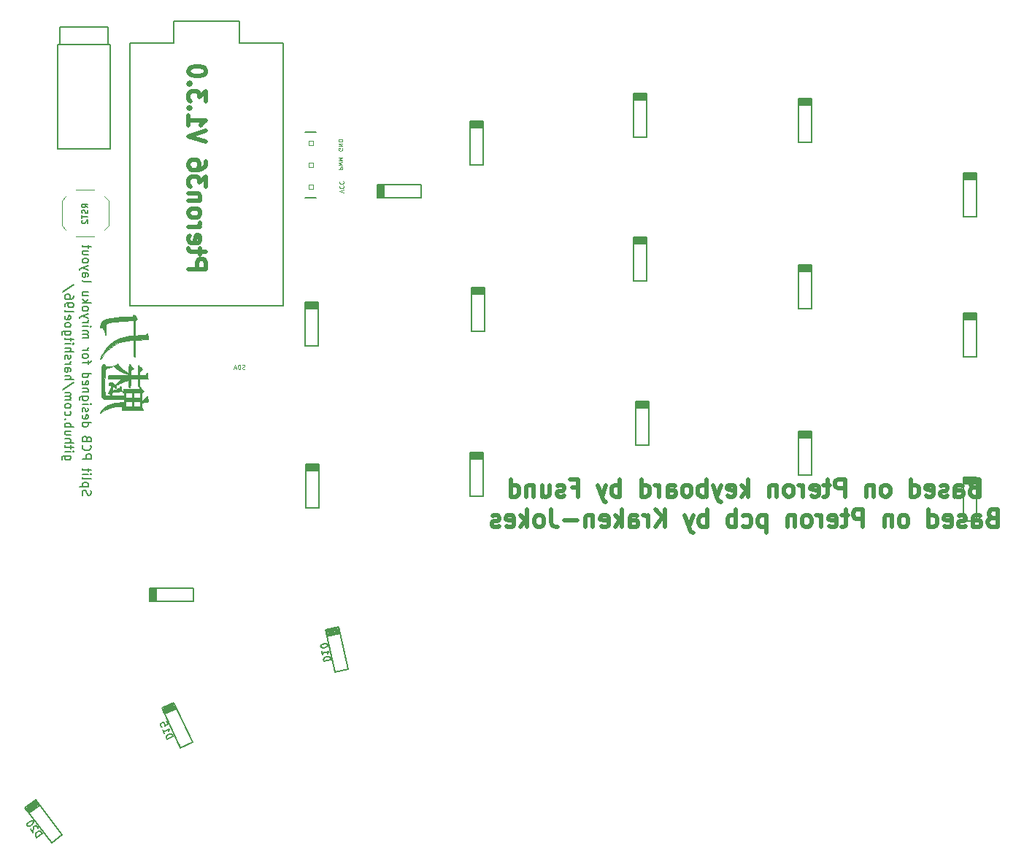
<source format=gbr>
%TF.GenerationSoftware,KiCad,Pcbnew,(5.1.7)-1*%
%TF.CreationDate,2021-07-25T23:49:13+05:30*%
%TF.ProjectId,Pteron36v0,50746572-6f6e-4333-9676-302e6b696361,rev?*%
%TF.SameCoordinates,Original*%
%TF.FileFunction,Legend,Bot*%
%TF.FilePolarity,Positive*%
%FSLAX46Y46*%
G04 Gerber Fmt 4.6, Leading zero omitted, Abs format (unit mm)*
G04 Created by KiCad (PCBNEW (5.1.7)-1) date 2021-07-25 23:49:13*
%MOMM*%
%LPD*%
G01*
G04 APERTURE LIST*
%ADD10C,0.500000*%
%ADD11C,0.150000*%
%ADD12C,0.125000*%
%ADD13C,0.010000*%
%ADD14C,0.120000*%
%ADD15C,0.203200*%
%ADD16C,0.066040*%
G04 APERTURE END LIST*
D10*
X187890009Y-100392942D02*
X187604295Y-100488180D01*
X187509057Y-100583419D01*
X187413819Y-100773895D01*
X187413819Y-101059609D01*
X187509057Y-101250085D01*
X187604295Y-101345323D01*
X187794771Y-101440561D01*
X188556676Y-101440561D01*
X188556676Y-99440561D01*
X187890009Y-99440561D01*
X187699533Y-99535800D01*
X187604295Y-99631038D01*
X187509057Y-99821514D01*
X187509057Y-100011990D01*
X187604295Y-100202466D01*
X187699533Y-100297704D01*
X187890009Y-100392942D01*
X188556676Y-100392942D01*
X185699533Y-101440561D02*
X185699533Y-100392942D01*
X185794771Y-100202466D01*
X185985247Y-100107228D01*
X186366200Y-100107228D01*
X186556676Y-100202466D01*
X185699533Y-101345323D02*
X185890009Y-101440561D01*
X186366200Y-101440561D01*
X186556676Y-101345323D01*
X186651914Y-101154847D01*
X186651914Y-100964371D01*
X186556676Y-100773895D01*
X186366200Y-100678657D01*
X185890009Y-100678657D01*
X185699533Y-100583419D01*
X184842390Y-101345323D02*
X184651914Y-101440561D01*
X184270961Y-101440561D01*
X184080485Y-101345323D01*
X183985247Y-101154847D01*
X183985247Y-101059609D01*
X184080485Y-100869133D01*
X184270961Y-100773895D01*
X184556676Y-100773895D01*
X184747152Y-100678657D01*
X184842390Y-100488180D01*
X184842390Y-100392942D01*
X184747152Y-100202466D01*
X184556676Y-100107228D01*
X184270961Y-100107228D01*
X184080485Y-100202466D01*
X182366200Y-101345323D02*
X182556676Y-101440561D01*
X182937628Y-101440561D01*
X183128104Y-101345323D01*
X183223342Y-101154847D01*
X183223342Y-100392942D01*
X183128104Y-100202466D01*
X182937628Y-100107228D01*
X182556676Y-100107228D01*
X182366200Y-100202466D01*
X182270961Y-100392942D01*
X182270961Y-100583419D01*
X183223342Y-100773895D01*
X180556676Y-101440561D02*
X180556676Y-99440561D01*
X180556676Y-101345323D02*
X180747152Y-101440561D01*
X181128104Y-101440561D01*
X181318580Y-101345323D01*
X181413819Y-101250085D01*
X181509057Y-101059609D01*
X181509057Y-100488180D01*
X181413819Y-100297704D01*
X181318580Y-100202466D01*
X181128104Y-100107228D01*
X180747152Y-100107228D01*
X180556676Y-100202466D01*
X177794771Y-101440561D02*
X177985247Y-101345323D01*
X178080485Y-101250085D01*
X178175723Y-101059609D01*
X178175723Y-100488180D01*
X178080485Y-100297704D01*
X177985247Y-100202466D01*
X177794771Y-100107228D01*
X177509057Y-100107228D01*
X177318580Y-100202466D01*
X177223342Y-100297704D01*
X177128104Y-100488180D01*
X177128104Y-101059609D01*
X177223342Y-101250085D01*
X177318580Y-101345323D01*
X177509057Y-101440561D01*
X177794771Y-101440561D01*
X176270961Y-100107228D02*
X176270961Y-101440561D01*
X176270961Y-100297704D02*
X176175723Y-100202466D01*
X175985247Y-100107228D01*
X175699533Y-100107228D01*
X175509057Y-100202466D01*
X175413819Y-100392942D01*
X175413819Y-101440561D01*
X172937628Y-101440561D02*
X172937628Y-99440561D01*
X172175723Y-99440561D01*
X171985247Y-99535800D01*
X171890009Y-99631038D01*
X171794771Y-99821514D01*
X171794771Y-100107228D01*
X171890009Y-100297704D01*
X171985247Y-100392942D01*
X172175723Y-100488180D01*
X172937628Y-100488180D01*
X171223342Y-100107228D02*
X170461438Y-100107228D01*
X170937628Y-99440561D02*
X170937628Y-101154847D01*
X170842390Y-101345323D01*
X170651914Y-101440561D01*
X170461438Y-101440561D01*
X169032866Y-101345323D02*
X169223342Y-101440561D01*
X169604295Y-101440561D01*
X169794771Y-101345323D01*
X169890009Y-101154847D01*
X169890009Y-100392942D01*
X169794771Y-100202466D01*
X169604295Y-100107228D01*
X169223342Y-100107228D01*
X169032866Y-100202466D01*
X168937628Y-100392942D01*
X168937628Y-100583419D01*
X169890009Y-100773895D01*
X168080485Y-101440561D02*
X168080485Y-100107228D01*
X168080485Y-100488180D02*
X167985247Y-100297704D01*
X167890009Y-100202466D01*
X167699533Y-100107228D01*
X167509057Y-100107228D01*
X166556676Y-101440561D02*
X166747152Y-101345323D01*
X166842390Y-101250085D01*
X166937628Y-101059609D01*
X166937628Y-100488180D01*
X166842390Y-100297704D01*
X166747152Y-100202466D01*
X166556676Y-100107228D01*
X166270961Y-100107228D01*
X166080485Y-100202466D01*
X165985247Y-100297704D01*
X165890009Y-100488180D01*
X165890009Y-101059609D01*
X165985247Y-101250085D01*
X166080485Y-101345323D01*
X166270961Y-101440561D01*
X166556676Y-101440561D01*
X165032866Y-100107228D02*
X165032866Y-101440561D01*
X165032866Y-100297704D02*
X164937628Y-100202466D01*
X164747152Y-100107228D01*
X164461438Y-100107228D01*
X164270961Y-100202466D01*
X164175723Y-100392942D01*
X164175723Y-101440561D01*
X161699533Y-101440561D02*
X161699533Y-99440561D01*
X161509057Y-100678657D02*
X160937628Y-101440561D01*
X160937628Y-100107228D02*
X161699533Y-100869133D01*
X159318580Y-101345323D02*
X159509057Y-101440561D01*
X159890009Y-101440561D01*
X160080485Y-101345323D01*
X160175723Y-101154847D01*
X160175723Y-100392942D01*
X160080485Y-100202466D01*
X159890009Y-100107228D01*
X159509057Y-100107228D01*
X159318580Y-100202466D01*
X159223342Y-100392942D01*
X159223342Y-100583419D01*
X160175723Y-100773895D01*
X158556676Y-100107228D02*
X158080485Y-101440561D01*
X157604295Y-100107228D02*
X158080485Y-101440561D01*
X158270961Y-101916752D01*
X158366200Y-102011990D01*
X158556676Y-102107228D01*
X156842390Y-101440561D02*
X156842390Y-99440561D01*
X156842390Y-100202466D02*
X156651914Y-100107228D01*
X156270961Y-100107228D01*
X156080485Y-100202466D01*
X155985247Y-100297704D01*
X155890009Y-100488180D01*
X155890009Y-101059609D01*
X155985247Y-101250085D01*
X156080485Y-101345323D01*
X156270961Y-101440561D01*
X156651914Y-101440561D01*
X156842390Y-101345323D01*
X154747152Y-101440561D02*
X154937628Y-101345323D01*
X155032866Y-101250085D01*
X155128104Y-101059609D01*
X155128104Y-100488180D01*
X155032866Y-100297704D01*
X154937628Y-100202466D01*
X154747152Y-100107228D01*
X154461438Y-100107228D01*
X154270961Y-100202466D01*
X154175723Y-100297704D01*
X154080485Y-100488180D01*
X154080485Y-101059609D01*
X154175723Y-101250085D01*
X154270961Y-101345323D01*
X154461438Y-101440561D01*
X154747152Y-101440561D01*
X152366200Y-101440561D02*
X152366200Y-100392942D01*
X152461438Y-100202466D01*
X152651914Y-100107228D01*
X153032866Y-100107228D01*
X153223342Y-100202466D01*
X152366200Y-101345323D02*
X152556676Y-101440561D01*
X153032866Y-101440561D01*
X153223342Y-101345323D01*
X153318580Y-101154847D01*
X153318580Y-100964371D01*
X153223342Y-100773895D01*
X153032866Y-100678657D01*
X152556676Y-100678657D01*
X152366200Y-100583419D01*
X151413819Y-101440561D02*
X151413819Y-100107228D01*
X151413819Y-100488180D02*
X151318580Y-100297704D01*
X151223342Y-100202466D01*
X151032866Y-100107228D01*
X150842390Y-100107228D01*
X149318580Y-101440561D02*
X149318580Y-99440561D01*
X149318580Y-101345323D02*
X149509057Y-101440561D01*
X149890009Y-101440561D01*
X150080485Y-101345323D01*
X150175723Y-101250085D01*
X150270961Y-101059609D01*
X150270961Y-100488180D01*
X150175723Y-100297704D01*
X150080485Y-100202466D01*
X149890009Y-100107228D01*
X149509057Y-100107228D01*
X149318580Y-100202466D01*
X146842390Y-101440561D02*
X146842390Y-99440561D01*
X146842390Y-100202466D02*
X146651914Y-100107228D01*
X146270961Y-100107228D01*
X146080485Y-100202466D01*
X145985247Y-100297704D01*
X145890009Y-100488180D01*
X145890009Y-101059609D01*
X145985247Y-101250085D01*
X146080485Y-101345323D01*
X146270961Y-101440561D01*
X146651914Y-101440561D01*
X146842390Y-101345323D01*
X145223342Y-100107228D02*
X144747152Y-101440561D01*
X144270961Y-100107228D02*
X144747152Y-101440561D01*
X144937628Y-101916752D01*
X145032866Y-102011990D01*
X145223342Y-102107228D01*
X141318580Y-100392942D02*
X141985247Y-100392942D01*
X141985247Y-101440561D02*
X141985247Y-99440561D01*
X141032866Y-99440561D01*
X140366200Y-101345323D02*
X140175723Y-101440561D01*
X139794771Y-101440561D01*
X139604295Y-101345323D01*
X139509057Y-101154847D01*
X139509057Y-101059609D01*
X139604295Y-100869133D01*
X139794771Y-100773895D01*
X140080485Y-100773895D01*
X140270961Y-100678657D01*
X140366200Y-100488180D01*
X140366200Y-100392942D01*
X140270961Y-100202466D01*
X140080485Y-100107228D01*
X139794771Y-100107228D01*
X139604295Y-100202466D01*
X137794771Y-100107228D02*
X137794771Y-101440561D01*
X138651914Y-100107228D02*
X138651914Y-101154847D01*
X138556676Y-101345323D01*
X138366200Y-101440561D01*
X138080485Y-101440561D01*
X137890009Y-101345323D01*
X137794771Y-101250085D01*
X136842390Y-100107228D02*
X136842390Y-101440561D01*
X136842390Y-100297704D02*
X136747152Y-100202466D01*
X136556676Y-100107228D01*
X136270961Y-100107228D01*
X136080485Y-100202466D01*
X135985247Y-100392942D01*
X135985247Y-101440561D01*
X134175723Y-101440561D02*
X134175723Y-99440561D01*
X134175723Y-101345323D02*
X134366200Y-101440561D01*
X134747152Y-101440561D01*
X134937628Y-101345323D01*
X135032866Y-101250085D01*
X135128104Y-101059609D01*
X135128104Y-100488180D01*
X135032866Y-100297704D01*
X134937628Y-100202466D01*
X134747152Y-100107228D01*
X134366200Y-100107228D01*
X134175723Y-100202466D01*
X189985247Y-103892942D02*
X189699533Y-103988180D01*
X189604295Y-104083419D01*
X189509057Y-104273895D01*
X189509057Y-104559609D01*
X189604295Y-104750085D01*
X189699533Y-104845323D01*
X189890009Y-104940561D01*
X190651914Y-104940561D01*
X190651914Y-102940561D01*
X189985247Y-102940561D01*
X189794771Y-103035800D01*
X189699533Y-103131038D01*
X189604295Y-103321514D01*
X189604295Y-103511990D01*
X189699533Y-103702466D01*
X189794771Y-103797704D01*
X189985247Y-103892942D01*
X190651914Y-103892942D01*
X187794771Y-104940561D02*
X187794771Y-103892942D01*
X187890009Y-103702466D01*
X188080485Y-103607228D01*
X188461438Y-103607228D01*
X188651914Y-103702466D01*
X187794771Y-104845323D02*
X187985247Y-104940561D01*
X188461438Y-104940561D01*
X188651914Y-104845323D01*
X188747152Y-104654847D01*
X188747152Y-104464371D01*
X188651914Y-104273895D01*
X188461438Y-104178657D01*
X187985247Y-104178657D01*
X187794771Y-104083419D01*
X186937628Y-104845323D02*
X186747152Y-104940561D01*
X186366200Y-104940561D01*
X186175723Y-104845323D01*
X186080485Y-104654847D01*
X186080485Y-104559609D01*
X186175723Y-104369133D01*
X186366200Y-104273895D01*
X186651914Y-104273895D01*
X186842390Y-104178657D01*
X186937628Y-103988180D01*
X186937628Y-103892942D01*
X186842390Y-103702466D01*
X186651914Y-103607228D01*
X186366200Y-103607228D01*
X186175723Y-103702466D01*
X184461438Y-104845323D02*
X184651914Y-104940561D01*
X185032866Y-104940561D01*
X185223342Y-104845323D01*
X185318580Y-104654847D01*
X185318580Y-103892942D01*
X185223342Y-103702466D01*
X185032866Y-103607228D01*
X184651914Y-103607228D01*
X184461438Y-103702466D01*
X184366200Y-103892942D01*
X184366200Y-104083419D01*
X185318580Y-104273895D01*
X182651914Y-104940561D02*
X182651914Y-102940561D01*
X182651914Y-104845323D02*
X182842390Y-104940561D01*
X183223342Y-104940561D01*
X183413819Y-104845323D01*
X183509057Y-104750085D01*
X183604295Y-104559609D01*
X183604295Y-103988180D01*
X183509057Y-103797704D01*
X183413819Y-103702466D01*
X183223342Y-103607228D01*
X182842390Y-103607228D01*
X182651914Y-103702466D01*
X179890009Y-104940561D02*
X180080485Y-104845323D01*
X180175723Y-104750085D01*
X180270961Y-104559609D01*
X180270961Y-103988180D01*
X180175723Y-103797704D01*
X180080485Y-103702466D01*
X179890009Y-103607228D01*
X179604295Y-103607228D01*
X179413819Y-103702466D01*
X179318580Y-103797704D01*
X179223342Y-103988180D01*
X179223342Y-104559609D01*
X179318580Y-104750085D01*
X179413819Y-104845323D01*
X179604295Y-104940561D01*
X179890009Y-104940561D01*
X178366200Y-103607228D02*
X178366200Y-104940561D01*
X178366200Y-103797704D02*
X178270961Y-103702466D01*
X178080485Y-103607228D01*
X177794771Y-103607228D01*
X177604295Y-103702466D01*
X177509057Y-103892942D01*
X177509057Y-104940561D01*
X175032866Y-104940561D02*
X175032866Y-102940561D01*
X174270961Y-102940561D01*
X174080485Y-103035800D01*
X173985247Y-103131038D01*
X173890009Y-103321514D01*
X173890009Y-103607228D01*
X173985247Y-103797704D01*
X174080485Y-103892942D01*
X174270961Y-103988180D01*
X175032866Y-103988180D01*
X173318580Y-103607228D02*
X172556676Y-103607228D01*
X173032866Y-102940561D02*
X173032866Y-104654847D01*
X172937628Y-104845323D01*
X172747152Y-104940561D01*
X172556676Y-104940561D01*
X171128104Y-104845323D02*
X171318580Y-104940561D01*
X171699533Y-104940561D01*
X171890009Y-104845323D01*
X171985247Y-104654847D01*
X171985247Y-103892942D01*
X171890009Y-103702466D01*
X171699533Y-103607228D01*
X171318580Y-103607228D01*
X171128104Y-103702466D01*
X171032866Y-103892942D01*
X171032866Y-104083419D01*
X171985247Y-104273895D01*
X170175723Y-104940561D02*
X170175723Y-103607228D01*
X170175723Y-103988180D02*
X170080485Y-103797704D01*
X169985247Y-103702466D01*
X169794771Y-103607228D01*
X169604295Y-103607228D01*
X168651914Y-104940561D02*
X168842390Y-104845323D01*
X168937628Y-104750085D01*
X169032866Y-104559609D01*
X169032866Y-103988180D01*
X168937628Y-103797704D01*
X168842390Y-103702466D01*
X168651914Y-103607228D01*
X168366200Y-103607228D01*
X168175723Y-103702466D01*
X168080485Y-103797704D01*
X167985247Y-103988180D01*
X167985247Y-104559609D01*
X168080485Y-104750085D01*
X168175723Y-104845323D01*
X168366200Y-104940561D01*
X168651914Y-104940561D01*
X167128104Y-103607228D02*
X167128104Y-104940561D01*
X167128104Y-103797704D02*
X167032866Y-103702466D01*
X166842390Y-103607228D01*
X166556676Y-103607228D01*
X166366200Y-103702466D01*
X166270961Y-103892942D01*
X166270961Y-104940561D01*
X163794771Y-103607228D02*
X163794771Y-105607228D01*
X163794771Y-103702466D02*
X163604295Y-103607228D01*
X163223342Y-103607228D01*
X163032866Y-103702466D01*
X162937628Y-103797704D01*
X162842390Y-103988180D01*
X162842390Y-104559609D01*
X162937628Y-104750085D01*
X163032866Y-104845323D01*
X163223342Y-104940561D01*
X163604295Y-104940561D01*
X163794771Y-104845323D01*
X161128104Y-104845323D02*
X161318580Y-104940561D01*
X161699533Y-104940561D01*
X161890009Y-104845323D01*
X161985247Y-104750085D01*
X162080485Y-104559609D01*
X162080485Y-103988180D01*
X161985247Y-103797704D01*
X161890009Y-103702466D01*
X161699533Y-103607228D01*
X161318580Y-103607228D01*
X161128104Y-103702466D01*
X160270961Y-104940561D02*
X160270961Y-102940561D01*
X160270961Y-103702466D02*
X160080485Y-103607228D01*
X159699533Y-103607228D01*
X159509057Y-103702466D01*
X159413819Y-103797704D01*
X159318580Y-103988180D01*
X159318580Y-104559609D01*
X159413819Y-104750085D01*
X159509057Y-104845323D01*
X159699533Y-104940561D01*
X160080485Y-104940561D01*
X160270961Y-104845323D01*
X156937628Y-104940561D02*
X156937628Y-102940561D01*
X156937628Y-103702466D02*
X156747152Y-103607228D01*
X156366200Y-103607228D01*
X156175723Y-103702466D01*
X156080485Y-103797704D01*
X155985247Y-103988180D01*
X155985247Y-104559609D01*
X156080485Y-104750085D01*
X156175723Y-104845323D01*
X156366200Y-104940561D01*
X156747152Y-104940561D01*
X156937628Y-104845323D01*
X155318580Y-103607228D02*
X154842390Y-104940561D01*
X154366200Y-103607228D02*
X154842390Y-104940561D01*
X155032866Y-105416752D01*
X155128104Y-105511990D01*
X155318580Y-105607228D01*
X152080485Y-104940561D02*
X152080485Y-102940561D01*
X150937628Y-104940561D02*
X151794771Y-103797704D01*
X150937628Y-102940561D02*
X152080485Y-104083419D01*
X150080485Y-104940561D02*
X150080485Y-103607228D01*
X150080485Y-103988180D02*
X149985247Y-103797704D01*
X149890009Y-103702466D01*
X149699533Y-103607228D01*
X149509057Y-103607228D01*
X147985247Y-104940561D02*
X147985247Y-103892942D01*
X148080485Y-103702466D01*
X148270961Y-103607228D01*
X148651914Y-103607228D01*
X148842390Y-103702466D01*
X147985247Y-104845323D02*
X148175723Y-104940561D01*
X148651914Y-104940561D01*
X148842390Y-104845323D01*
X148937628Y-104654847D01*
X148937628Y-104464371D01*
X148842390Y-104273895D01*
X148651914Y-104178657D01*
X148175723Y-104178657D01*
X147985247Y-104083419D01*
X147032866Y-104940561D02*
X147032866Y-102940561D01*
X146842390Y-104178657D02*
X146270961Y-104940561D01*
X146270961Y-103607228D02*
X147032866Y-104369133D01*
X144651914Y-104845323D02*
X144842390Y-104940561D01*
X145223342Y-104940561D01*
X145413819Y-104845323D01*
X145509057Y-104654847D01*
X145509057Y-103892942D01*
X145413819Y-103702466D01*
X145223342Y-103607228D01*
X144842390Y-103607228D01*
X144651914Y-103702466D01*
X144556676Y-103892942D01*
X144556676Y-104083419D01*
X145509057Y-104273895D01*
X143699533Y-103607228D02*
X143699533Y-104940561D01*
X143699533Y-103797704D02*
X143604295Y-103702466D01*
X143413819Y-103607228D01*
X143128104Y-103607228D01*
X142937628Y-103702466D01*
X142842390Y-103892942D01*
X142842390Y-104940561D01*
X141890009Y-104178657D02*
X140366200Y-104178657D01*
X138842390Y-102940561D02*
X138842390Y-104369133D01*
X138937628Y-104654847D01*
X139128104Y-104845323D01*
X139413819Y-104940561D01*
X139604295Y-104940561D01*
X137604295Y-104940561D02*
X137794771Y-104845323D01*
X137890009Y-104750085D01*
X137985247Y-104559609D01*
X137985247Y-103988180D01*
X137890009Y-103797704D01*
X137794771Y-103702466D01*
X137604295Y-103607228D01*
X137318580Y-103607228D01*
X137128104Y-103702466D01*
X137032866Y-103797704D01*
X136937628Y-103988180D01*
X136937628Y-104559609D01*
X137032866Y-104750085D01*
X137128104Y-104845323D01*
X137318580Y-104940561D01*
X137604295Y-104940561D01*
X136080485Y-104940561D02*
X136080485Y-102940561D01*
X135890009Y-104178657D02*
X135318580Y-104940561D01*
X135318580Y-103607228D02*
X136080485Y-104369133D01*
X133699533Y-104845323D02*
X133890009Y-104940561D01*
X134270961Y-104940561D01*
X134461438Y-104845323D01*
X134556676Y-104654847D01*
X134556676Y-103892942D01*
X134461438Y-103702466D01*
X134270961Y-103607228D01*
X133890009Y-103607228D01*
X133699533Y-103702466D01*
X133604295Y-103892942D01*
X133604295Y-104083419D01*
X134556676Y-104273895D01*
X132842390Y-104845323D02*
X132651914Y-104940561D01*
X132270961Y-104940561D01*
X132080485Y-104845323D01*
X131985247Y-104654847D01*
X131985247Y-104559609D01*
X132080485Y-104369133D01*
X132270961Y-104273895D01*
X132556676Y-104273895D01*
X132747152Y-104178657D01*
X132842390Y-103988180D01*
X132842390Y-103892942D01*
X132747152Y-103702466D01*
X132556676Y-103607228D01*
X132270961Y-103607228D01*
X132080485Y-103702466D01*
X96800692Y-75044015D02*
X98800692Y-75044015D01*
X98800692Y-74282110D01*
X98705454Y-74091634D01*
X98610215Y-73996396D01*
X98419739Y-73901158D01*
X98134025Y-73901158D01*
X97943549Y-73996396D01*
X97848311Y-74091634D01*
X97753073Y-74282110D01*
X97753073Y-75044015D01*
X98134025Y-73329730D02*
X98134025Y-72567825D01*
X98800692Y-73044015D02*
X97086406Y-73044015D01*
X96895930Y-72948777D01*
X96800692Y-72758301D01*
X96800692Y-72567825D01*
X96895930Y-71139253D02*
X96800692Y-71329730D01*
X96800692Y-71710682D01*
X96895930Y-71901158D01*
X97086406Y-71996396D01*
X97848311Y-71996396D01*
X98038787Y-71901158D01*
X98134025Y-71710682D01*
X98134025Y-71329730D01*
X98038787Y-71139253D01*
X97848311Y-71044015D01*
X97657834Y-71044015D01*
X97467358Y-71996396D01*
X96800692Y-70186872D02*
X98134025Y-70186872D01*
X97753073Y-70186872D02*
X97943549Y-70091634D01*
X98038787Y-69996396D01*
X98134025Y-69805920D01*
X98134025Y-69615444D01*
X96800692Y-68663063D02*
X96895930Y-68853539D01*
X96991168Y-68948777D01*
X97181644Y-69044015D01*
X97753073Y-69044015D01*
X97943549Y-68948777D01*
X98038787Y-68853539D01*
X98134025Y-68663063D01*
X98134025Y-68377349D01*
X98038787Y-68186872D01*
X97943549Y-68091634D01*
X97753073Y-67996396D01*
X97181644Y-67996396D01*
X96991168Y-68091634D01*
X96895930Y-68186872D01*
X96800692Y-68377349D01*
X96800692Y-68663063D01*
X98134025Y-67139253D02*
X96800692Y-67139253D01*
X97943549Y-67139253D02*
X98038787Y-67044015D01*
X98134025Y-66853539D01*
X98134025Y-66567825D01*
X98038787Y-66377349D01*
X97848311Y-66282110D01*
X96800692Y-66282110D01*
X98800692Y-65520206D02*
X98800692Y-64282110D01*
X98038787Y-64948777D01*
X98038787Y-64663063D01*
X97943549Y-64472587D01*
X97848311Y-64377349D01*
X97657834Y-64282110D01*
X97181644Y-64282110D01*
X96991168Y-64377349D01*
X96895930Y-64472587D01*
X96800692Y-64663063D01*
X96800692Y-65234491D01*
X96895930Y-65424968D01*
X96991168Y-65520206D01*
X98800692Y-62567825D02*
X98800692Y-62948777D01*
X98705454Y-63139253D01*
X98610215Y-63234491D01*
X98324501Y-63424968D01*
X97943549Y-63520206D01*
X97181644Y-63520206D01*
X96991168Y-63424968D01*
X96895930Y-63329730D01*
X96800692Y-63139253D01*
X96800692Y-62758301D01*
X96895930Y-62567825D01*
X96991168Y-62472587D01*
X97181644Y-62377349D01*
X97657834Y-62377349D01*
X97848311Y-62472587D01*
X97943549Y-62567825D01*
X98038787Y-62758301D01*
X98038787Y-63139253D01*
X97943549Y-63329730D01*
X97848311Y-63424968D01*
X97657834Y-63520206D01*
X98800692Y-60282110D02*
X96800692Y-59615444D01*
X98800692Y-58948777D01*
X96800692Y-57234491D02*
X96800692Y-58377349D01*
X96800692Y-57805920D02*
X98800692Y-57805920D01*
X98514977Y-57996396D01*
X98324501Y-58186872D01*
X98229263Y-58377349D01*
X96991168Y-56377349D02*
X96895930Y-56282110D01*
X96800692Y-56377349D01*
X96895930Y-56472587D01*
X96991168Y-56377349D01*
X96800692Y-56377349D01*
X98800692Y-55615444D02*
X98800692Y-54377349D01*
X98038787Y-55044015D01*
X98038787Y-54758301D01*
X97943549Y-54567825D01*
X97848311Y-54472587D01*
X97657834Y-54377349D01*
X97181644Y-54377349D01*
X96991168Y-54472587D01*
X96895930Y-54567825D01*
X96800692Y-54758301D01*
X96800692Y-55329730D01*
X96895930Y-55520206D01*
X96991168Y-55615444D01*
X96991168Y-53520206D02*
X96895930Y-53424968D01*
X96800692Y-53520206D01*
X96895930Y-53615444D01*
X96991168Y-53520206D01*
X96800692Y-53520206D01*
X98800692Y-52186872D02*
X98800692Y-51996396D01*
X98705454Y-51805920D01*
X98610215Y-51710682D01*
X98419739Y-51615444D01*
X98038787Y-51520206D01*
X97562596Y-51520206D01*
X97181644Y-51615444D01*
X96991168Y-51710682D01*
X96895930Y-51805920D01*
X96800692Y-51996396D01*
X96800692Y-52186872D01*
X96895930Y-52377349D01*
X96991168Y-52472587D01*
X97181644Y-52567825D01*
X97562596Y-52663063D01*
X98038787Y-52663063D01*
X98419739Y-52567825D01*
X98610215Y-52472587D01*
X98705454Y-52377349D01*
X98800692Y-52186872D01*
D11*
X83111540Y-96696188D02*
X82302016Y-96696188D01*
X82206778Y-96743807D01*
X82159159Y-96791426D01*
X82111540Y-96886664D01*
X82111540Y-97029521D01*
X82159159Y-97124759D01*
X82492493Y-96696188D02*
X82444874Y-96791426D01*
X82444874Y-96981902D01*
X82492493Y-97077140D01*
X82540112Y-97124759D01*
X82635350Y-97172378D01*
X82921064Y-97172378D01*
X83016302Y-97124759D01*
X83063921Y-97077140D01*
X83111540Y-96981902D01*
X83111540Y-96791426D01*
X83063921Y-96696188D01*
X82444874Y-96219997D02*
X83111540Y-96219997D01*
X83444874Y-96219997D02*
X83397255Y-96267616D01*
X83349635Y-96219997D01*
X83397255Y-96172378D01*
X83444874Y-96219997D01*
X83349635Y-96219997D01*
X83111540Y-95886664D02*
X83111540Y-95505711D01*
X83444874Y-95743807D02*
X82587731Y-95743807D01*
X82492493Y-95696188D01*
X82444874Y-95600950D01*
X82444874Y-95505711D01*
X82444874Y-95172378D02*
X83444874Y-95172378D01*
X82444874Y-94743807D02*
X82968683Y-94743807D01*
X83063921Y-94791426D01*
X83111540Y-94886664D01*
X83111540Y-95029521D01*
X83063921Y-95124759D01*
X83016302Y-95172378D01*
X83111540Y-93839045D02*
X82444874Y-93839045D01*
X83111540Y-94267616D02*
X82587731Y-94267616D01*
X82492493Y-94219997D01*
X82444874Y-94124759D01*
X82444874Y-93981902D01*
X82492493Y-93886664D01*
X82540112Y-93839045D01*
X82444874Y-93362854D02*
X83444874Y-93362854D01*
X83063921Y-93362854D02*
X83111540Y-93267616D01*
X83111540Y-93077140D01*
X83063921Y-92981902D01*
X83016302Y-92934283D01*
X82921064Y-92886664D01*
X82635350Y-92886664D01*
X82540112Y-92934283D01*
X82492493Y-92981902D01*
X82444874Y-93077140D01*
X82444874Y-93267616D01*
X82492493Y-93362854D01*
X82540112Y-92458092D02*
X82492493Y-92410473D01*
X82444874Y-92458092D01*
X82492493Y-92505711D01*
X82540112Y-92458092D01*
X82444874Y-92458092D01*
X82492493Y-91553331D02*
X82444874Y-91648569D01*
X82444874Y-91839045D01*
X82492493Y-91934283D01*
X82540112Y-91981902D01*
X82635350Y-92029521D01*
X82921064Y-92029521D01*
X83016302Y-91981902D01*
X83063921Y-91934283D01*
X83111540Y-91839045D01*
X83111540Y-91648569D01*
X83063921Y-91553331D01*
X82444874Y-90981902D02*
X82492493Y-91077140D01*
X82540112Y-91124759D01*
X82635350Y-91172378D01*
X82921064Y-91172378D01*
X83016302Y-91124759D01*
X83063921Y-91077140D01*
X83111540Y-90981902D01*
X83111540Y-90839045D01*
X83063921Y-90743807D01*
X83016302Y-90696188D01*
X82921064Y-90648569D01*
X82635350Y-90648569D01*
X82540112Y-90696188D01*
X82492493Y-90743807D01*
X82444874Y-90839045D01*
X82444874Y-90981902D01*
X82444874Y-90219997D02*
X83111540Y-90219997D01*
X83016302Y-90219997D02*
X83063921Y-90172378D01*
X83111540Y-90077140D01*
X83111540Y-89934283D01*
X83063921Y-89839045D01*
X82968683Y-89791426D01*
X82444874Y-89791426D01*
X82968683Y-89791426D02*
X83063921Y-89743807D01*
X83111540Y-89648569D01*
X83111540Y-89505711D01*
X83063921Y-89410473D01*
X82968683Y-89362854D01*
X82444874Y-89362854D01*
X83492493Y-88172378D02*
X82206778Y-89029521D01*
X82444874Y-87839045D02*
X83444874Y-87839045D01*
X82444874Y-87410473D02*
X82968683Y-87410473D01*
X83063921Y-87458092D01*
X83111540Y-87553331D01*
X83111540Y-87696188D01*
X83063921Y-87791426D01*
X83016302Y-87839045D01*
X82444874Y-86505711D02*
X82968683Y-86505711D01*
X83063921Y-86553331D01*
X83111540Y-86648569D01*
X83111540Y-86839045D01*
X83063921Y-86934283D01*
X82492493Y-86505711D02*
X82444874Y-86600950D01*
X82444874Y-86839045D01*
X82492493Y-86934283D01*
X82587731Y-86981902D01*
X82682969Y-86981902D01*
X82778207Y-86934283D01*
X82825826Y-86839045D01*
X82825826Y-86600950D01*
X82873445Y-86505711D01*
X82444874Y-86029521D02*
X83111540Y-86029521D01*
X82921064Y-86029521D02*
X83016302Y-85981902D01*
X83063921Y-85934283D01*
X83111540Y-85839045D01*
X83111540Y-85743807D01*
X82492493Y-85458092D02*
X82444874Y-85362854D01*
X82444874Y-85172378D01*
X82492493Y-85077140D01*
X82587731Y-85029521D01*
X82635350Y-85029521D01*
X82730588Y-85077140D01*
X82778207Y-85172378D01*
X82778207Y-85315235D01*
X82825826Y-85410473D01*
X82921064Y-85458092D01*
X82968683Y-85458092D01*
X83063921Y-85410473D01*
X83111540Y-85315235D01*
X83111540Y-85172378D01*
X83063921Y-85077140D01*
X82444874Y-84600950D02*
X83444874Y-84600950D01*
X82444874Y-84172378D02*
X82968683Y-84172378D01*
X83063921Y-84219997D01*
X83111540Y-84315235D01*
X83111540Y-84458092D01*
X83063921Y-84553331D01*
X83016302Y-84600950D01*
X82444874Y-83696188D02*
X83111540Y-83696188D01*
X83444874Y-83696188D02*
X83397255Y-83743807D01*
X83349635Y-83696188D01*
X83397255Y-83648569D01*
X83444874Y-83696188D01*
X83349635Y-83696188D01*
X83111540Y-83362854D02*
X83111540Y-82981902D01*
X83444874Y-83219997D02*
X82587731Y-83219997D01*
X82492493Y-83172378D01*
X82444874Y-83077140D01*
X82444874Y-82981902D01*
X83111540Y-82219997D02*
X82302016Y-82219997D01*
X82206778Y-82267616D01*
X82159159Y-82315235D01*
X82111540Y-82410473D01*
X82111540Y-82553331D01*
X82159159Y-82648569D01*
X82492493Y-82219997D02*
X82444874Y-82315235D01*
X82444874Y-82505711D01*
X82492493Y-82600950D01*
X82540112Y-82648569D01*
X82635350Y-82696188D01*
X82921064Y-82696188D01*
X83016302Y-82648569D01*
X83063921Y-82600950D01*
X83111540Y-82505711D01*
X83111540Y-82315235D01*
X83063921Y-82219997D01*
X82444874Y-81600950D02*
X82492493Y-81696188D01*
X82540112Y-81743807D01*
X82635350Y-81791426D01*
X82921064Y-81791426D01*
X83016302Y-81743807D01*
X83063921Y-81696188D01*
X83111540Y-81600950D01*
X83111540Y-81458092D01*
X83063921Y-81362854D01*
X83016302Y-81315235D01*
X82921064Y-81267616D01*
X82635350Y-81267616D01*
X82540112Y-81315235D01*
X82492493Y-81362854D01*
X82444874Y-81458092D01*
X82444874Y-81600950D01*
X82492493Y-80458092D02*
X82444874Y-80553331D01*
X82444874Y-80743807D01*
X82492493Y-80839045D01*
X82587731Y-80886664D01*
X82968683Y-80886664D01*
X83063921Y-80839045D01*
X83111540Y-80743807D01*
X83111540Y-80553331D01*
X83063921Y-80458092D01*
X82968683Y-80410473D01*
X82873445Y-80410473D01*
X82778207Y-80886664D01*
X82444874Y-79839045D02*
X82492493Y-79934283D01*
X82587731Y-79981902D01*
X83444874Y-79981902D01*
X82444874Y-79410473D02*
X82444874Y-79219997D01*
X82492493Y-79124759D01*
X82540112Y-79077140D01*
X82682969Y-78981902D01*
X82873445Y-78934283D01*
X83254397Y-78934283D01*
X83349635Y-78981902D01*
X83397255Y-79029521D01*
X83444874Y-79124759D01*
X83444874Y-79315235D01*
X83397255Y-79410473D01*
X83349635Y-79458092D01*
X83254397Y-79505711D01*
X83016302Y-79505711D01*
X82921064Y-79458092D01*
X82873445Y-79410473D01*
X82825826Y-79315235D01*
X82825826Y-79124759D01*
X82873445Y-79029521D01*
X82921064Y-78981902D01*
X83016302Y-78934283D01*
X83444874Y-78077140D02*
X83444874Y-78267616D01*
X83397255Y-78362854D01*
X83349635Y-78410473D01*
X83206778Y-78505711D01*
X83016302Y-78553331D01*
X82635350Y-78553331D01*
X82540112Y-78505711D01*
X82492493Y-78458092D01*
X82444874Y-78362854D01*
X82444874Y-78172378D01*
X82492493Y-78077140D01*
X82540112Y-78029521D01*
X82635350Y-77981902D01*
X82873445Y-77981902D01*
X82968683Y-78029521D01*
X83016302Y-78077140D01*
X83063921Y-78172378D01*
X83063921Y-78362854D01*
X83016302Y-78458092D01*
X82968683Y-78505711D01*
X82873445Y-78553331D01*
X83492493Y-76839045D02*
X82206778Y-77696188D01*
D12*
X114794064Y-66129996D02*
X114294064Y-65963330D01*
X114794064Y-65796663D01*
X114341683Y-65344282D02*
X114317874Y-65368091D01*
X114294064Y-65439520D01*
X114294064Y-65487139D01*
X114317874Y-65558568D01*
X114365493Y-65606187D01*
X114413112Y-65629996D01*
X114508350Y-65653806D01*
X114579778Y-65653806D01*
X114675016Y-65629996D01*
X114722635Y-65606187D01*
X114770255Y-65558568D01*
X114794064Y-65487139D01*
X114794064Y-65439520D01*
X114770255Y-65368091D01*
X114746445Y-65344282D01*
X114341683Y-64844282D02*
X114317874Y-64868091D01*
X114294064Y-64939520D01*
X114294064Y-64987139D01*
X114317874Y-65058568D01*
X114365493Y-65106187D01*
X114413112Y-65129996D01*
X114508350Y-65153806D01*
X114579778Y-65153806D01*
X114675016Y-65129996D01*
X114722635Y-65106187D01*
X114770255Y-65058568D01*
X114794064Y-64987139D01*
X114794064Y-64939520D01*
X114770255Y-64868091D01*
X114746445Y-64844282D01*
X114167063Y-63498710D02*
X114667063Y-63498710D01*
X114667063Y-63308234D01*
X114643254Y-63260615D01*
X114619444Y-63236806D01*
X114571825Y-63212996D01*
X114500396Y-63212996D01*
X114452777Y-63236806D01*
X114428968Y-63260615D01*
X114405158Y-63308234D01*
X114405158Y-63498710D01*
X114667063Y-63046330D02*
X114167063Y-62927282D01*
X114524206Y-62832044D01*
X114167063Y-62736806D01*
X114667063Y-62617758D01*
X114167063Y-62427282D02*
X114667063Y-62427282D01*
X114309920Y-62260615D01*
X114667063Y-62093949D01*
X114167063Y-62093949D01*
X114643254Y-61018282D02*
X114667063Y-61065901D01*
X114667063Y-61137330D01*
X114643254Y-61208758D01*
X114595634Y-61256377D01*
X114548015Y-61280187D01*
X114452777Y-61303996D01*
X114381349Y-61303996D01*
X114286111Y-61280187D01*
X114238492Y-61256377D01*
X114190873Y-61208758D01*
X114167063Y-61137330D01*
X114167063Y-61089710D01*
X114190873Y-61018282D01*
X114214682Y-60994472D01*
X114381349Y-60994472D01*
X114381349Y-61089710D01*
X114167063Y-60780187D02*
X114667063Y-60780187D01*
X114167063Y-60494472D01*
X114667063Y-60494472D01*
X114167063Y-60256377D02*
X114667063Y-60256377D01*
X114667063Y-60137330D01*
X114643254Y-60065901D01*
X114595634Y-60018282D01*
X114548015Y-59994472D01*
X114452777Y-59970663D01*
X114381349Y-59970663D01*
X114286111Y-59994472D01*
X114238492Y-60018282D01*
X114190873Y-60065901D01*
X114167063Y-60137330D01*
X114167063Y-60256377D01*
X103316396Y-86620710D02*
X103244968Y-86644520D01*
X103125920Y-86644520D01*
X103078301Y-86620710D01*
X103054492Y-86596901D01*
X103030682Y-86549282D01*
X103030682Y-86501663D01*
X103054492Y-86454044D01*
X103078301Y-86430234D01*
X103125920Y-86406425D01*
X103221158Y-86382615D01*
X103268777Y-86358806D01*
X103292587Y-86334996D01*
X103316396Y-86287377D01*
X103316396Y-86239758D01*
X103292587Y-86192139D01*
X103268777Y-86168330D01*
X103221158Y-86144520D01*
X103102111Y-86144520D01*
X103030682Y-86168330D01*
X102816396Y-86644520D02*
X102816396Y-86144520D01*
X102697349Y-86144520D01*
X102625920Y-86168330D01*
X102578301Y-86215949D01*
X102554492Y-86263568D01*
X102530682Y-86358806D01*
X102530682Y-86430234D01*
X102554492Y-86525472D01*
X102578301Y-86573091D01*
X102625920Y-86620710D01*
X102697349Y-86644520D01*
X102816396Y-86644520D01*
X102340206Y-86501663D02*
X102102111Y-86501663D01*
X102387825Y-86644520D02*
X102221158Y-86144520D01*
X102054492Y-86644520D01*
D11*
X84524492Y-101275521D02*
X84476873Y-101132664D01*
X84476873Y-100894569D01*
X84524492Y-100799331D01*
X84572111Y-100751711D01*
X84667349Y-100704092D01*
X84762587Y-100704092D01*
X84857825Y-100751711D01*
X84905444Y-100799331D01*
X84953063Y-100894569D01*
X85000682Y-101085045D01*
X85048301Y-101180283D01*
X85095920Y-101227902D01*
X85191158Y-101275521D01*
X85286396Y-101275521D01*
X85381634Y-101227902D01*
X85429254Y-101180283D01*
X85476873Y-101085045D01*
X85476873Y-100846950D01*
X85429254Y-100704092D01*
X85143539Y-100275521D02*
X84143539Y-100275521D01*
X85095920Y-100275521D02*
X85143539Y-100180283D01*
X85143539Y-99989807D01*
X85095920Y-99894569D01*
X85048301Y-99846950D01*
X84953063Y-99799331D01*
X84667349Y-99799331D01*
X84572111Y-99846950D01*
X84524492Y-99894569D01*
X84476873Y-99989807D01*
X84476873Y-100180283D01*
X84524492Y-100275521D01*
X84476873Y-99227902D02*
X84524492Y-99323140D01*
X84619730Y-99370759D01*
X85476873Y-99370759D01*
X84476873Y-98846950D02*
X85143539Y-98846950D01*
X85476873Y-98846950D02*
X85429254Y-98894569D01*
X85381634Y-98846950D01*
X85429254Y-98799331D01*
X85476873Y-98846950D01*
X85381634Y-98846950D01*
X85143539Y-98513616D02*
X85143539Y-98132664D01*
X85476873Y-98370759D02*
X84619730Y-98370759D01*
X84524492Y-98323140D01*
X84476873Y-98227902D01*
X84476873Y-98132664D01*
X84476873Y-97037426D02*
X85476873Y-97037426D01*
X85476873Y-96656473D01*
X85429254Y-96561235D01*
X85381634Y-96513616D01*
X85286396Y-96465997D01*
X85143539Y-96465997D01*
X85048301Y-96513616D01*
X85000682Y-96561235D01*
X84953063Y-96656473D01*
X84953063Y-97037426D01*
X84572111Y-95465997D02*
X84524492Y-95513616D01*
X84476873Y-95656473D01*
X84476873Y-95751711D01*
X84524492Y-95894569D01*
X84619730Y-95989807D01*
X84714968Y-96037426D01*
X84905444Y-96085045D01*
X85048301Y-96085045D01*
X85238777Y-96037426D01*
X85334015Y-95989807D01*
X85429254Y-95894569D01*
X85476873Y-95751711D01*
X85476873Y-95656473D01*
X85429254Y-95513616D01*
X85381634Y-95465997D01*
X85000682Y-94704092D02*
X84953063Y-94561235D01*
X84905444Y-94513616D01*
X84810206Y-94465997D01*
X84667349Y-94465997D01*
X84572111Y-94513616D01*
X84524492Y-94561235D01*
X84476873Y-94656473D01*
X84476873Y-95037426D01*
X85476873Y-95037426D01*
X85476873Y-94704092D01*
X85429254Y-94608854D01*
X85381634Y-94561235D01*
X85286396Y-94513616D01*
X85191158Y-94513616D01*
X85095920Y-94561235D01*
X85048301Y-94608854D01*
X85000682Y-94704092D01*
X85000682Y-95037426D01*
X84476873Y-92846950D02*
X85476873Y-92846950D01*
X84524492Y-92846950D02*
X84476873Y-92942188D01*
X84476873Y-93132664D01*
X84524492Y-93227902D01*
X84572111Y-93275521D01*
X84667349Y-93323140D01*
X84953063Y-93323140D01*
X85048301Y-93275521D01*
X85095920Y-93227902D01*
X85143539Y-93132664D01*
X85143539Y-92942188D01*
X85095920Y-92846950D01*
X84524492Y-91989807D02*
X84476873Y-92085045D01*
X84476873Y-92275521D01*
X84524492Y-92370759D01*
X84619730Y-92418378D01*
X85000682Y-92418378D01*
X85095920Y-92370759D01*
X85143539Y-92275521D01*
X85143539Y-92085045D01*
X85095920Y-91989807D01*
X85000682Y-91942188D01*
X84905444Y-91942188D01*
X84810206Y-92418378D01*
X84524492Y-91561235D02*
X84476873Y-91465997D01*
X84476873Y-91275521D01*
X84524492Y-91180283D01*
X84619730Y-91132664D01*
X84667349Y-91132664D01*
X84762587Y-91180283D01*
X84810206Y-91275521D01*
X84810206Y-91418378D01*
X84857825Y-91513616D01*
X84953063Y-91561235D01*
X85000682Y-91561235D01*
X85095920Y-91513616D01*
X85143539Y-91418378D01*
X85143539Y-91275521D01*
X85095920Y-91180283D01*
X84476873Y-90704092D02*
X85143539Y-90704092D01*
X85476873Y-90704092D02*
X85429254Y-90751711D01*
X85381634Y-90704092D01*
X85429254Y-90656473D01*
X85476873Y-90704092D01*
X85381634Y-90704092D01*
X85143539Y-89799331D02*
X84334015Y-89799331D01*
X84238777Y-89846950D01*
X84191158Y-89894569D01*
X84143539Y-89989807D01*
X84143539Y-90132664D01*
X84191158Y-90227902D01*
X84524492Y-89799331D02*
X84476873Y-89894569D01*
X84476873Y-90085045D01*
X84524492Y-90180283D01*
X84572111Y-90227902D01*
X84667349Y-90275521D01*
X84953063Y-90275521D01*
X85048301Y-90227902D01*
X85095920Y-90180283D01*
X85143539Y-90085045D01*
X85143539Y-89894569D01*
X85095920Y-89799331D01*
X85143539Y-89323140D02*
X84476873Y-89323140D01*
X85048301Y-89323140D02*
X85095920Y-89275521D01*
X85143539Y-89180283D01*
X85143539Y-89037426D01*
X85095920Y-88942188D01*
X85000682Y-88894569D01*
X84476873Y-88894569D01*
X84524492Y-88037426D02*
X84476873Y-88132664D01*
X84476873Y-88323140D01*
X84524492Y-88418378D01*
X84619730Y-88465997D01*
X85000682Y-88465997D01*
X85095920Y-88418378D01*
X85143539Y-88323140D01*
X85143539Y-88132664D01*
X85095920Y-88037426D01*
X85000682Y-87989807D01*
X84905444Y-87989807D01*
X84810206Y-88465997D01*
X84476873Y-87132664D02*
X85476873Y-87132664D01*
X84524492Y-87132664D02*
X84476873Y-87227902D01*
X84476873Y-87418378D01*
X84524492Y-87513616D01*
X84572111Y-87561235D01*
X84667349Y-87608854D01*
X84953063Y-87608854D01*
X85048301Y-87561235D01*
X85095920Y-87513616D01*
X85143539Y-87418378D01*
X85143539Y-87227902D01*
X85095920Y-87132664D01*
X85143539Y-86037426D02*
X85143539Y-85656473D01*
X84476873Y-85894569D02*
X85334015Y-85894569D01*
X85429254Y-85846950D01*
X85476873Y-85751711D01*
X85476873Y-85656473D01*
X84476873Y-85180283D02*
X84524492Y-85275521D01*
X84572111Y-85323140D01*
X84667349Y-85370759D01*
X84953063Y-85370759D01*
X85048301Y-85323140D01*
X85095920Y-85275521D01*
X85143539Y-85180283D01*
X85143539Y-85037426D01*
X85095920Y-84942188D01*
X85048301Y-84894569D01*
X84953063Y-84846950D01*
X84667349Y-84846950D01*
X84572111Y-84894569D01*
X84524492Y-84942188D01*
X84476873Y-85037426D01*
X84476873Y-85180283D01*
X84476873Y-84418378D02*
X85143539Y-84418378D01*
X84953063Y-84418378D02*
X85048301Y-84370759D01*
X85095920Y-84323140D01*
X85143539Y-84227902D01*
X85143539Y-84132664D01*
X84476873Y-83037426D02*
X85143539Y-83037426D01*
X85048301Y-83037426D02*
X85095920Y-82989807D01*
X85143539Y-82894569D01*
X85143539Y-82751711D01*
X85095920Y-82656473D01*
X85000682Y-82608854D01*
X84476873Y-82608854D01*
X85000682Y-82608854D02*
X85095920Y-82561235D01*
X85143539Y-82465997D01*
X85143539Y-82323140D01*
X85095920Y-82227902D01*
X85000682Y-82180283D01*
X84476873Y-82180283D01*
X84476873Y-81704092D02*
X85143539Y-81704092D01*
X85476873Y-81704092D02*
X85429254Y-81751711D01*
X85381634Y-81704092D01*
X85429254Y-81656473D01*
X85476873Y-81704092D01*
X85381634Y-81704092D01*
X84476873Y-81227902D02*
X85143539Y-81227902D01*
X84953063Y-81227902D02*
X85048301Y-81180283D01*
X85095920Y-81132664D01*
X85143539Y-81037426D01*
X85143539Y-80942188D01*
X85143539Y-80704092D02*
X84476873Y-80465997D01*
X85143539Y-80227902D02*
X84476873Y-80465997D01*
X84238777Y-80561235D01*
X84191158Y-80608854D01*
X84143539Y-80704092D01*
X84476873Y-79704092D02*
X84524492Y-79799331D01*
X84572111Y-79846950D01*
X84667349Y-79894569D01*
X84953063Y-79894569D01*
X85048301Y-79846950D01*
X85095920Y-79799331D01*
X85143539Y-79704092D01*
X85143539Y-79561235D01*
X85095920Y-79465997D01*
X85048301Y-79418378D01*
X84953063Y-79370759D01*
X84667349Y-79370759D01*
X84572111Y-79418378D01*
X84524492Y-79465997D01*
X84476873Y-79561235D01*
X84476873Y-79704092D01*
X84476873Y-78942188D02*
X85476873Y-78942188D01*
X84857825Y-78846950D02*
X84476873Y-78561235D01*
X85143539Y-78561235D02*
X84762587Y-78942188D01*
X85143539Y-77704092D02*
X84476873Y-77704092D01*
X85143539Y-78132664D02*
X84619730Y-78132664D01*
X84524492Y-78085045D01*
X84476873Y-77989807D01*
X84476873Y-77846950D01*
X84524492Y-77751711D01*
X84572111Y-77704092D01*
X84476873Y-76323140D02*
X84524492Y-76418378D01*
X84619730Y-76465997D01*
X85476873Y-76465997D01*
X84476873Y-75513616D02*
X85000682Y-75513616D01*
X85095920Y-75561235D01*
X85143539Y-75656473D01*
X85143539Y-75846950D01*
X85095920Y-75942188D01*
X84524492Y-75513616D02*
X84476873Y-75608854D01*
X84476873Y-75846950D01*
X84524492Y-75942188D01*
X84619730Y-75989807D01*
X84714968Y-75989807D01*
X84810206Y-75942188D01*
X84857825Y-75846950D01*
X84857825Y-75608854D01*
X84905444Y-75513616D01*
X85143539Y-75132664D02*
X84476873Y-74894569D01*
X85143539Y-74656473D02*
X84476873Y-74894569D01*
X84238777Y-74989807D01*
X84191158Y-75037426D01*
X84143539Y-75132664D01*
X84476873Y-74132664D02*
X84524492Y-74227902D01*
X84572111Y-74275521D01*
X84667349Y-74323140D01*
X84953063Y-74323140D01*
X85048301Y-74275521D01*
X85095920Y-74227902D01*
X85143539Y-74132664D01*
X85143539Y-73989807D01*
X85095920Y-73894569D01*
X85048301Y-73846950D01*
X84953063Y-73799331D01*
X84667349Y-73799331D01*
X84572111Y-73846950D01*
X84524492Y-73894569D01*
X84476873Y-73989807D01*
X84476873Y-74132664D01*
X85143539Y-72942188D02*
X84476873Y-72942188D01*
X85143539Y-73370759D02*
X84619730Y-73370759D01*
X84524492Y-73323140D01*
X84476873Y-73227902D01*
X84476873Y-73085045D01*
X84524492Y-72989807D01*
X84572111Y-72942188D01*
X85143539Y-72608854D02*
X85143539Y-72227902D01*
X85476873Y-72465997D02*
X84619730Y-72465997D01*
X84524492Y-72418378D01*
X84476873Y-72323140D01*
X84476873Y-72227902D01*
%TO.C,U1*%
X107738454Y-79319031D02*
X89958454Y-79319031D01*
X89958454Y-79319031D02*
X89958454Y-48839031D01*
X89958454Y-48839031D02*
X95038454Y-48839031D01*
X95038454Y-48839031D02*
X95038454Y-46299031D01*
X95038454Y-46299031D02*
X102658454Y-46299031D01*
X102658454Y-46299031D02*
X102658454Y-48839031D01*
X102658454Y-48839031D02*
X107738454Y-48839031D01*
X107738454Y-48839031D02*
X107738454Y-79319031D01*
%TO.C,J2*%
X81875254Y-46989330D02*
X87475254Y-46989330D01*
X87475254Y-48989330D02*
X87475254Y-46989330D01*
X81875254Y-48989330D02*
X81875254Y-46989330D01*
X87725254Y-48989330D02*
X87725254Y-61089330D01*
X81625254Y-48989330D02*
X81625254Y-61089330D01*
X81625254Y-61089330D02*
X87725254Y-61089330D01*
X81625254Y-48989330D02*
X87725254Y-48989330D01*
%TO.C,D_RE1*%
X92930254Y-113596330D02*
X92930254Y-112072330D01*
X92422254Y-113596330D02*
X92422254Y-112072330D01*
X93057254Y-113596330D02*
X93057254Y-112072330D01*
X92295254Y-112072330D02*
X97375254Y-112072330D01*
X92295254Y-113596330D02*
X92295254Y-112072330D01*
X92803254Y-112072330D02*
X92803254Y-113596330D01*
X92549254Y-112072330D02*
X92549254Y-113596330D01*
X97375254Y-113596330D02*
X96867254Y-113596330D01*
X97375254Y-113596330D02*
X92295254Y-113596330D01*
X97375254Y-112072330D02*
X97375254Y-113596330D01*
X92676254Y-113596330D02*
X92676254Y-112072330D01*
D13*
%TO.C,LOGO1*%
G36*
X92105642Y-90322883D02*
G01*
X92091555Y-90228265D01*
X92072547Y-90119011D01*
X92050803Y-90006738D01*
X92028511Y-89903061D01*
X92007854Y-89819597D01*
X91991020Y-89767964D01*
X91985491Y-89758429D01*
X91955912Y-89756952D01*
X91917451Y-89787318D01*
X91882666Y-89835317D01*
X91864114Y-89886738D01*
X91863455Y-89896536D01*
X91843862Y-89929078D01*
X91789332Y-89985184D01*
X91706241Y-90058857D01*
X91600967Y-90144100D01*
X91596755Y-90147378D01*
X91330055Y-90354642D01*
X91330055Y-89445503D01*
X91583499Y-89225029D01*
X91380656Y-88961729D01*
X91177814Y-88698429D01*
X91127492Y-88809329D01*
X91097471Y-88881510D01*
X91079168Y-88937083D01*
X91076613Y-88951979D01*
X91065913Y-88960663D01*
X91031491Y-88967724D01*
X90969365Y-88973298D01*
X90875553Y-88977525D01*
X90746072Y-88980542D01*
X90576939Y-88982488D01*
X90364171Y-88983500D01*
X90160414Y-88983729D01*
X89244772Y-88983729D01*
X89195771Y-89091679D01*
X89164690Y-89181428D01*
X89147423Y-89272488D01*
X89146213Y-89294879D01*
X89149369Y-89357341D01*
X89167762Y-89384087D01*
X89213285Y-89390091D01*
X89221855Y-89390129D01*
X89298055Y-89390129D01*
X89298055Y-89720329D01*
X88297930Y-89720329D01*
X88074122Y-89719919D01*
X87863586Y-89718750D01*
X87672354Y-89716912D01*
X87506453Y-89714499D01*
X87371914Y-89711601D01*
X87274766Y-89708310D01*
X87221038Y-89704718D01*
X87215569Y-89703882D01*
X87183474Y-89696856D01*
X87156136Y-89687060D01*
X87133196Y-89670664D01*
X87114297Y-89643837D01*
X87099082Y-89602749D01*
X87087193Y-89543568D01*
X87078271Y-89462465D01*
X87071960Y-89355608D01*
X87067902Y-89219167D01*
X87065739Y-89049311D01*
X87065114Y-88842209D01*
X87065669Y-88594032D01*
X87067046Y-88300947D01*
X87068003Y-88123265D01*
X87069759Y-87820038D01*
X87071562Y-87563495D01*
X87073555Y-87349520D01*
X87075883Y-87173998D01*
X87078691Y-87032813D01*
X87082123Y-86921849D01*
X87086325Y-86836991D01*
X87091440Y-86774123D01*
X87097614Y-86729128D01*
X87104991Y-86697892D01*
X87113715Y-86676299D01*
X87119197Y-86666956D01*
X87165848Y-86620441D01*
X87246979Y-86573738D01*
X87366819Y-86525065D01*
X87529598Y-86472642D01*
X87682084Y-86429877D01*
X87808372Y-86394136D01*
X87890927Y-86365519D01*
X87928658Y-86343119D01*
X87920478Y-86326030D01*
X87865296Y-86313346D01*
X87762023Y-86304159D01*
X87609570Y-86297562D01*
X87520136Y-86295087D01*
X87143198Y-86285894D01*
X87126448Y-86218762D01*
X87083417Y-86125559D01*
X87012537Y-86073450D01*
X86948555Y-86062730D01*
X86885221Y-86072251D01*
X86833005Y-86103730D01*
X86790482Y-86161537D01*
X86756227Y-86250043D01*
X86728817Y-86373621D01*
X86706825Y-86536641D01*
X86688828Y-86743475D01*
X86679483Y-86888229D01*
X86673899Y-87014600D01*
X86669187Y-87183967D01*
X86665429Y-87388534D01*
X86662705Y-87620505D01*
X86661097Y-87872084D01*
X86660687Y-88135472D01*
X86661555Y-88402874D01*
X86662418Y-88526529D01*
X86664942Y-88809013D01*
X86667581Y-89045379D01*
X86670521Y-89240308D01*
X86673949Y-89398482D01*
X86678052Y-89524584D01*
X86683017Y-89623295D01*
X86689029Y-89699297D01*
X86696277Y-89757272D01*
X86704946Y-89801901D01*
X86714641Y-89836121D01*
X86775857Y-89966432D01*
X86861205Y-90054560D01*
X86963371Y-90101936D01*
X87008619Y-90107606D01*
X87100020Y-90112722D01*
X87232930Y-90117189D01*
X87402704Y-90120912D01*
X87604697Y-90123797D01*
X87834264Y-90125747D01*
X88086761Y-90126668D01*
X88173938Y-90126729D01*
X89298055Y-90126729D01*
X89298055Y-90301753D01*
X89298056Y-90476777D01*
X89012305Y-90494357D01*
X88620203Y-90526996D01*
X88271950Y-90574884D01*
X87962438Y-90639708D01*
X87686560Y-90723157D01*
X87439209Y-90826917D01*
X87215277Y-90952678D01*
X87009656Y-91102125D01*
X86908546Y-91189513D01*
X86817919Y-91277118D01*
X86726973Y-91373415D01*
X86642919Y-91469748D01*
X86572968Y-91557464D01*
X86524331Y-91627906D01*
X86504220Y-91672420D01*
X86504055Y-91674997D01*
X86524236Y-91708294D01*
X86538654Y-91716401D01*
X86572934Y-91707782D01*
X86635948Y-91673604D01*
X86716842Y-91620141D01*
X86760904Y-91587911D01*
X87014218Y-91418378D01*
X87289580Y-91277280D01*
X87591816Y-91163090D01*
X87925749Y-91074279D01*
X88296205Y-91009319D01*
X88708009Y-90966682D01*
X88726555Y-90965337D01*
X88918311Y-90952379D01*
X89064614Y-90944340D01*
X89170572Y-90941217D01*
X89241296Y-90943005D01*
X89281893Y-90949701D01*
X89297471Y-90961301D01*
X89298055Y-90964929D01*
X89275956Y-90982653D01*
X89222588Y-90990321D01*
X89220614Y-90990329D01*
X89168933Y-90997207D01*
X89132965Y-91026226D01*
X89097980Y-91089961D01*
X89094171Y-91098279D01*
X89063090Y-91188028D01*
X89045823Y-91279088D01*
X89044613Y-91301479D01*
X89044055Y-91396729D01*
X90237855Y-91396729D01*
X90237855Y-90990329D01*
X89475855Y-90990329D01*
X89475855Y-90380729D01*
X90237855Y-90380729D01*
X90237855Y-89999729D01*
X89475855Y-89999729D01*
X89475855Y-89390129D01*
X90237855Y-89390129D01*
X90237855Y-89999729D01*
X90237855Y-90380729D01*
X90237855Y-90990329D01*
X90237855Y-91396729D01*
X90275955Y-91396729D01*
X90563141Y-91396244D01*
X90817601Y-91394823D01*
X91036554Y-91392521D01*
X91152255Y-91390518D01*
X91152255Y-90990329D01*
X90415655Y-90990329D01*
X90415655Y-90380729D01*
X91152255Y-90380729D01*
X91152255Y-89999729D01*
X90415655Y-89999729D01*
X90415655Y-89390129D01*
X91152255Y-89390129D01*
X91152255Y-89999729D01*
X91152255Y-90380729D01*
X91152255Y-90990329D01*
X91152255Y-91390518D01*
X91217218Y-91389393D01*
X91356811Y-91385492D01*
X91452553Y-91380872D01*
X91501659Y-91375588D01*
X91507855Y-91372737D01*
X91497914Y-91339985D01*
X91471421Y-91273524D01*
X91433369Y-91185648D01*
X91418013Y-91151597D01*
X91373065Y-91048358D01*
X91346922Y-90969545D01*
X91335301Y-90894334D01*
X91333920Y-90801900D01*
X91335463Y-90750140D01*
X91342755Y-90545829D01*
X91718075Y-90492243D01*
X91850761Y-90472374D01*
X91965176Y-90453490D01*
X92052059Y-90437258D01*
X92102148Y-90425341D01*
X92110308Y-90421744D01*
X92112621Y-90391248D01*
X92105642Y-90322883D01*
G37*
X92105642Y-90322883D02*
X92091555Y-90228265D01*
X92072547Y-90119011D01*
X92050803Y-90006738D01*
X92028511Y-89903061D01*
X92007854Y-89819597D01*
X91991020Y-89767964D01*
X91985491Y-89758429D01*
X91955912Y-89756952D01*
X91917451Y-89787318D01*
X91882666Y-89835317D01*
X91864114Y-89886738D01*
X91863455Y-89896536D01*
X91843862Y-89929078D01*
X91789332Y-89985184D01*
X91706241Y-90058857D01*
X91600967Y-90144100D01*
X91596755Y-90147378D01*
X91330055Y-90354642D01*
X91330055Y-89445503D01*
X91583499Y-89225029D01*
X91380656Y-88961729D01*
X91177814Y-88698429D01*
X91127492Y-88809329D01*
X91097471Y-88881510D01*
X91079168Y-88937083D01*
X91076613Y-88951979D01*
X91065913Y-88960663D01*
X91031491Y-88967724D01*
X90969365Y-88973298D01*
X90875553Y-88977525D01*
X90746072Y-88980542D01*
X90576939Y-88982488D01*
X90364171Y-88983500D01*
X90160414Y-88983729D01*
X89244772Y-88983729D01*
X89195771Y-89091679D01*
X89164690Y-89181428D01*
X89147423Y-89272488D01*
X89146213Y-89294879D01*
X89149369Y-89357341D01*
X89167762Y-89384087D01*
X89213285Y-89390091D01*
X89221855Y-89390129D01*
X89298055Y-89390129D01*
X89298055Y-89720329D01*
X88297930Y-89720329D01*
X88074122Y-89719919D01*
X87863586Y-89718750D01*
X87672354Y-89716912D01*
X87506453Y-89714499D01*
X87371914Y-89711601D01*
X87274766Y-89708310D01*
X87221038Y-89704718D01*
X87215569Y-89703882D01*
X87183474Y-89696856D01*
X87156136Y-89687060D01*
X87133196Y-89670664D01*
X87114297Y-89643837D01*
X87099082Y-89602749D01*
X87087193Y-89543568D01*
X87078271Y-89462465D01*
X87071960Y-89355608D01*
X87067902Y-89219167D01*
X87065739Y-89049311D01*
X87065114Y-88842209D01*
X87065669Y-88594032D01*
X87067046Y-88300947D01*
X87068003Y-88123265D01*
X87069759Y-87820038D01*
X87071562Y-87563495D01*
X87073555Y-87349520D01*
X87075883Y-87173998D01*
X87078691Y-87032813D01*
X87082123Y-86921849D01*
X87086325Y-86836991D01*
X87091440Y-86774123D01*
X87097614Y-86729128D01*
X87104991Y-86697892D01*
X87113715Y-86676299D01*
X87119197Y-86666956D01*
X87165848Y-86620441D01*
X87246979Y-86573738D01*
X87366819Y-86525065D01*
X87529598Y-86472642D01*
X87682084Y-86429877D01*
X87808372Y-86394136D01*
X87890927Y-86365519D01*
X87928658Y-86343119D01*
X87920478Y-86326030D01*
X87865296Y-86313346D01*
X87762023Y-86304159D01*
X87609570Y-86297562D01*
X87520136Y-86295087D01*
X87143198Y-86285894D01*
X87126448Y-86218762D01*
X87083417Y-86125559D01*
X87012537Y-86073450D01*
X86948555Y-86062730D01*
X86885221Y-86072251D01*
X86833005Y-86103730D01*
X86790482Y-86161537D01*
X86756227Y-86250043D01*
X86728817Y-86373621D01*
X86706825Y-86536641D01*
X86688828Y-86743475D01*
X86679483Y-86888229D01*
X86673899Y-87014600D01*
X86669187Y-87183967D01*
X86665429Y-87388534D01*
X86662705Y-87620505D01*
X86661097Y-87872084D01*
X86660687Y-88135472D01*
X86661555Y-88402874D01*
X86662418Y-88526529D01*
X86664942Y-88809013D01*
X86667581Y-89045379D01*
X86670521Y-89240308D01*
X86673949Y-89398482D01*
X86678052Y-89524584D01*
X86683017Y-89623295D01*
X86689029Y-89699297D01*
X86696277Y-89757272D01*
X86704946Y-89801901D01*
X86714641Y-89836121D01*
X86775857Y-89966432D01*
X86861205Y-90054560D01*
X86963371Y-90101936D01*
X87008619Y-90107606D01*
X87100020Y-90112722D01*
X87232930Y-90117189D01*
X87402704Y-90120912D01*
X87604697Y-90123797D01*
X87834264Y-90125747D01*
X88086761Y-90126668D01*
X88173938Y-90126729D01*
X89298055Y-90126729D01*
X89298055Y-90301753D01*
X89298056Y-90476777D01*
X89012305Y-90494357D01*
X88620203Y-90526996D01*
X88271950Y-90574884D01*
X87962438Y-90639708D01*
X87686560Y-90723157D01*
X87439209Y-90826917D01*
X87215277Y-90952678D01*
X87009656Y-91102125D01*
X86908546Y-91189513D01*
X86817919Y-91277118D01*
X86726973Y-91373415D01*
X86642919Y-91469748D01*
X86572968Y-91557464D01*
X86524331Y-91627906D01*
X86504220Y-91672420D01*
X86504055Y-91674997D01*
X86524236Y-91708294D01*
X86538654Y-91716401D01*
X86572934Y-91707782D01*
X86635948Y-91673604D01*
X86716842Y-91620141D01*
X86760904Y-91587911D01*
X87014218Y-91418378D01*
X87289580Y-91277280D01*
X87591816Y-91163090D01*
X87925749Y-91074279D01*
X88296205Y-91009319D01*
X88708009Y-90966682D01*
X88726555Y-90965337D01*
X88918311Y-90952379D01*
X89064614Y-90944340D01*
X89170572Y-90941217D01*
X89241296Y-90943005D01*
X89281893Y-90949701D01*
X89297471Y-90961301D01*
X89298055Y-90964929D01*
X89275956Y-90982653D01*
X89222588Y-90990321D01*
X89220614Y-90990329D01*
X89168933Y-90997207D01*
X89132965Y-91026226D01*
X89097980Y-91089961D01*
X89094171Y-91098279D01*
X89063090Y-91188028D01*
X89045823Y-91279088D01*
X89044613Y-91301479D01*
X89044055Y-91396729D01*
X90237855Y-91396729D01*
X90237855Y-90990329D01*
X89475855Y-90990329D01*
X89475855Y-90380729D01*
X90237855Y-90380729D01*
X90237855Y-89999729D01*
X89475855Y-89999729D01*
X89475855Y-89390129D01*
X90237855Y-89390129D01*
X90237855Y-89999729D01*
X90237855Y-90380729D01*
X90237855Y-90990329D01*
X90237855Y-91396729D01*
X90275955Y-91396729D01*
X90563141Y-91396244D01*
X90817601Y-91394823D01*
X91036554Y-91392521D01*
X91152255Y-91390518D01*
X91152255Y-90990329D01*
X90415655Y-90990329D01*
X90415655Y-90380729D01*
X91152255Y-90380729D01*
X91152255Y-89999729D01*
X90415655Y-89999729D01*
X90415655Y-89390129D01*
X91152255Y-89390129D01*
X91152255Y-89999729D01*
X91152255Y-90380729D01*
X91152255Y-90990329D01*
X91152255Y-91390518D01*
X91217218Y-91389393D01*
X91356811Y-91385492D01*
X91452553Y-91380872D01*
X91501659Y-91375588D01*
X91507855Y-91372737D01*
X91497914Y-91339985D01*
X91471421Y-91273524D01*
X91433369Y-91185648D01*
X91418013Y-91151597D01*
X91373065Y-91048358D01*
X91346922Y-90969545D01*
X91335301Y-90894334D01*
X91333920Y-90801900D01*
X91335463Y-90750140D01*
X91342755Y-90545829D01*
X91718075Y-90492243D01*
X91850761Y-90472374D01*
X91965176Y-90453490D01*
X92052059Y-90437258D01*
X92102148Y-90425341D01*
X92110308Y-90421744D01*
X92112621Y-90391248D01*
X92105642Y-90322883D01*
G36*
X92115974Y-83145162D02*
G01*
X92111967Y-83075318D01*
X92103238Y-82978797D01*
X92091238Y-82867275D01*
X92077416Y-82752432D01*
X92063223Y-82645945D01*
X92050106Y-82559492D01*
X92039516Y-82504753D01*
X92034889Y-82491897D01*
X92007531Y-82494848D01*
X91967110Y-82527854D01*
X91925911Y-82576945D01*
X91896217Y-82628151D01*
X91888856Y-82657975D01*
X91886624Y-82677744D01*
X91874949Y-82691736D01*
X91846359Y-82700949D01*
X91793384Y-82706378D01*
X91708554Y-82709018D01*
X91584398Y-82709866D01*
X91499107Y-82709929D01*
X91334436Y-82711127D01*
X91160313Y-82714401D01*
X90995653Y-82719280D01*
X90859366Y-82725288D01*
X90838707Y-82726489D01*
X90568055Y-82743049D01*
X90568055Y-81063192D01*
X90721351Y-80924467D01*
X90874646Y-80785743D01*
X90653953Y-80527819D01*
X90570653Y-80433391D01*
X90497433Y-80355831D01*
X90441181Y-80302043D01*
X90408783Y-80278928D01*
X90405408Y-80278683D01*
X90382341Y-80306260D01*
X90354914Y-80366558D01*
X90341327Y-80406501D01*
X90305099Y-80525529D01*
X90176227Y-80525694D01*
X90071283Y-80527693D01*
X89925493Y-80533104D01*
X89748657Y-80541363D01*
X89550574Y-80551902D01*
X89341043Y-80564156D01*
X89129862Y-80577558D01*
X88926830Y-80591543D01*
X88741746Y-80605544D01*
X88625258Y-80615302D01*
X88257720Y-80651716D01*
X87936755Y-80692171D01*
X87658247Y-80737389D01*
X87418077Y-80788095D01*
X87212129Y-80845012D01*
X87101985Y-80882926D01*
X86925783Y-80974773D01*
X86780409Y-81104730D01*
X86668978Y-81268332D01*
X86594605Y-81461113D01*
X86561822Y-81657262D01*
X86547523Y-81846329D01*
X86646439Y-81846424D01*
X86744014Y-81857136D01*
X86825697Y-81892342D01*
X86895061Y-81956959D01*
X86955677Y-82055904D01*
X87011118Y-82194093D01*
X87064956Y-82376442D01*
X87083015Y-82447290D01*
X87114065Y-82566957D01*
X87138641Y-82644870D01*
X87160210Y-82689096D01*
X87182237Y-82707698D01*
X87195886Y-82709929D01*
X87225206Y-82703366D01*
X87235406Y-82674881D01*
X87230577Y-82611280D01*
X87229358Y-82601979D01*
X87215598Y-82481993D01*
X87201564Y-82330897D01*
X87188368Y-82164201D01*
X87177123Y-81997416D01*
X87168942Y-81846050D01*
X87164937Y-81725614D01*
X87164718Y-81701163D01*
X87166531Y-81602029D01*
X87175507Y-81536594D01*
X87196430Y-81487815D01*
X87234082Y-81438648D01*
X87240425Y-81431373D01*
X87307159Y-81375609D01*
X87406608Y-81324273D01*
X87540595Y-81277094D01*
X87710943Y-81233802D01*
X87919474Y-81194129D01*
X88168009Y-81157805D01*
X88458372Y-81124560D01*
X88792384Y-81094125D01*
X89171868Y-81066230D01*
X89598646Y-81040607D01*
X90028305Y-81019097D01*
X90390255Y-81002418D01*
X90390255Y-82760729D01*
X90316386Y-82760729D01*
X90214863Y-82766208D01*
X90076039Y-82781352D01*
X89912070Y-82804227D01*
X89735112Y-82832898D01*
X89557322Y-82865429D01*
X89390855Y-82899885D01*
X89283081Y-82925238D01*
X88880889Y-83045842D01*
X88514546Y-83197906D01*
X88177304Y-83385213D01*
X87862414Y-83611546D01*
X87563129Y-83880686D01*
X87543644Y-83900166D01*
X87428241Y-84020340D01*
X87311617Y-84148878D01*
X87205052Y-84272888D01*
X87119825Y-84379476D01*
X87096091Y-84411729D01*
X87002910Y-84548952D01*
X86901502Y-84708797D01*
X86799446Y-84878365D01*
X86704320Y-85044754D01*
X86623703Y-85195065D01*
X86566762Y-85312787D01*
X86534138Y-85391395D01*
X86522673Y-85438099D01*
X86530581Y-85466318D01*
X86544472Y-85480452D01*
X86562843Y-85494710D01*
X86579449Y-85498740D01*
X86599655Y-85486819D01*
X86628827Y-85453224D01*
X86672328Y-85392230D01*
X86735525Y-85298114D01*
X86784356Y-85224529D01*
X87068701Y-84834099D01*
X87373497Y-84489798D01*
X87699876Y-84190776D01*
X88048971Y-83936177D01*
X88421916Y-83725150D01*
X88819843Y-83556840D01*
X89127243Y-83460326D01*
X89339658Y-83408925D01*
X89581206Y-83360790D01*
X89830226Y-83319683D01*
X90065051Y-83289365D01*
X90168005Y-83279617D01*
X90390255Y-83261744D01*
X90390255Y-85168760D01*
X90470246Y-85196645D01*
X90527058Y-85215615D01*
X90558228Y-85224448D01*
X90559146Y-85224529D01*
X90561116Y-85200039D01*
X90562935Y-85130202D01*
X90564554Y-85020472D01*
X90565923Y-84876305D01*
X90566994Y-84703153D01*
X90567716Y-84506471D01*
X90568042Y-84291711D01*
X90568056Y-84237054D01*
X90568056Y-83249578D01*
X92117456Y-83212094D01*
X92115974Y-83145162D01*
G37*
X92115974Y-83145162D02*
X92111967Y-83075318D01*
X92103238Y-82978797D01*
X92091238Y-82867275D01*
X92077416Y-82752432D01*
X92063223Y-82645945D01*
X92050106Y-82559492D01*
X92039516Y-82504753D01*
X92034889Y-82491897D01*
X92007531Y-82494848D01*
X91967110Y-82527854D01*
X91925911Y-82576945D01*
X91896217Y-82628151D01*
X91888856Y-82657975D01*
X91886624Y-82677744D01*
X91874949Y-82691736D01*
X91846359Y-82700949D01*
X91793384Y-82706378D01*
X91708554Y-82709018D01*
X91584398Y-82709866D01*
X91499107Y-82709929D01*
X91334436Y-82711127D01*
X91160313Y-82714401D01*
X90995653Y-82719280D01*
X90859366Y-82725288D01*
X90838707Y-82726489D01*
X90568055Y-82743049D01*
X90568055Y-81063192D01*
X90721351Y-80924467D01*
X90874646Y-80785743D01*
X90653953Y-80527819D01*
X90570653Y-80433391D01*
X90497433Y-80355831D01*
X90441181Y-80302043D01*
X90408783Y-80278928D01*
X90405408Y-80278683D01*
X90382341Y-80306260D01*
X90354914Y-80366558D01*
X90341327Y-80406501D01*
X90305099Y-80525529D01*
X90176227Y-80525694D01*
X90071283Y-80527693D01*
X89925493Y-80533104D01*
X89748657Y-80541363D01*
X89550574Y-80551902D01*
X89341043Y-80564156D01*
X89129862Y-80577558D01*
X88926830Y-80591543D01*
X88741746Y-80605544D01*
X88625258Y-80615302D01*
X88257720Y-80651716D01*
X87936755Y-80692171D01*
X87658247Y-80737389D01*
X87418077Y-80788095D01*
X87212129Y-80845012D01*
X87101985Y-80882926D01*
X86925783Y-80974773D01*
X86780409Y-81104730D01*
X86668978Y-81268332D01*
X86594605Y-81461113D01*
X86561822Y-81657262D01*
X86547523Y-81846329D01*
X86646439Y-81846424D01*
X86744014Y-81857136D01*
X86825697Y-81892342D01*
X86895061Y-81956959D01*
X86955677Y-82055904D01*
X87011118Y-82194093D01*
X87064956Y-82376442D01*
X87083015Y-82447290D01*
X87114065Y-82566957D01*
X87138641Y-82644870D01*
X87160210Y-82689096D01*
X87182237Y-82707698D01*
X87195886Y-82709929D01*
X87225206Y-82703366D01*
X87235406Y-82674881D01*
X87230577Y-82611280D01*
X87229358Y-82601979D01*
X87215598Y-82481993D01*
X87201564Y-82330897D01*
X87188368Y-82164201D01*
X87177123Y-81997416D01*
X87168942Y-81846050D01*
X87164937Y-81725614D01*
X87164718Y-81701163D01*
X87166531Y-81602029D01*
X87175507Y-81536594D01*
X87196430Y-81487815D01*
X87234082Y-81438648D01*
X87240425Y-81431373D01*
X87307159Y-81375609D01*
X87406608Y-81324273D01*
X87540595Y-81277094D01*
X87710943Y-81233802D01*
X87919474Y-81194129D01*
X88168009Y-81157805D01*
X88458372Y-81124560D01*
X88792384Y-81094125D01*
X89171868Y-81066230D01*
X89598646Y-81040607D01*
X90028305Y-81019097D01*
X90390255Y-81002418D01*
X90390255Y-82760729D01*
X90316386Y-82760729D01*
X90214863Y-82766208D01*
X90076039Y-82781352D01*
X89912070Y-82804227D01*
X89735112Y-82832898D01*
X89557322Y-82865429D01*
X89390855Y-82899885D01*
X89283081Y-82925238D01*
X88880889Y-83045842D01*
X88514546Y-83197906D01*
X88177304Y-83385213D01*
X87862414Y-83611546D01*
X87563129Y-83880686D01*
X87543644Y-83900166D01*
X87428241Y-84020340D01*
X87311617Y-84148878D01*
X87205052Y-84272888D01*
X87119825Y-84379476D01*
X87096091Y-84411729D01*
X87002910Y-84548952D01*
X86901502Y-84708797D01*
X86799446Y-84878365D01*
X86704320Y-85044754D01*
X86623703Y-85195065D01*
X86566762Y-85312787D01*
X86534138Y-85391395D01*
X86522673Y-85438099D01*
X86530581Y-85466318D01*
X86544472Y-85480452D01*
X86562843Y-85494710D01*
X86579449Y-85498740D01*
X86599655Y-85486819D01*
X86628827Y-85453224D01*
X86672328Y-85392230D01*
X86735525Y-85298114D01*
X86784356Y-85224529D01*
X87068701Y-84834099D01*
X87373497Y-84489798D01*
X87699876Y-84190776D01*
X88048971Y-83936177D01*
X88421916Y-83725150D01*
X88819843Y-83556840D01*
X89127243Y-83460326D01*
X89339658Y-83408925D01*
X89581206Y-83360790D01*
X89830226Y-83319683D01*
X90065051Y-83289365D01*
X90168005Y-83279617D01*
X90390255Y-83261744D01*
X90390255Y-85168760D01*
X90470246Y-85196645D01*
X90527058Y-85215615D01*
X90558228Y-85224448D01*
X90559146Y-85224529D01*
X90561116Y-85200039D01*
X90562935Y-85130202D01*
X90564554Y-85020472D01*
X90565923Y-84876305D01*
X90566994Y-84703153D01*
X90567716Y-84506471D01*
X90568042Y-84291711D01*
X90568056Y-84237054D01*
X90568056Y-83249578D01*
X92117456Y-83212094D01*
X92115974Y-83145162D01*
G36*
X92065702Y-87681979D02*
G01*
X92061473Y-87611794D01*
X92051740Y-87516149D01*
X92038261Y-87407383D01*
X92022795Y-87297833D01*
X92007100Y-87199838D01*
X91992935Y-87125737D01*
X91982059Y-87087866D01*
X91980756Y-87086008D01*
X91953288Y-87088612D01*
X91913787Y-87122151D01*
X91873885Y-87172609D01*
X91845214Y-87225970D01*
X91838055Y-87257946D01*
X91835262Y-87276937D01*
X91821861Y-87290321D01*
X91790320Y-87299072D01*
X91733105Y-87304169D01*
X91642686Y-87306586D01*
X91511529Y-87307301D01*
X91457055Y-87307329D01*
X91076055Y-87307329D01*
X91076056Y-87135618D01*
X91076056Y-86963907D01*
X91253650Y-86828468D01*
X91325828Y-86774351D01*
X91374891Y-86733520D01*
X91399538Y-86697668D01*
X91398467Y-86658486D01*
X91370379Y-86607668D01*
X91313971Y-86536906D01*
X91227944Y-86437892D01*
X91184714Y-86388245D01*
X91110194Y-86305544D01*
X91045501Y-86239715D01*
X90999017Y-86198956D01*
X90981730Y-86189729D01*
X90954800Y-86197831D01*
X90934103Y-86225714D01*
X90918902Y-86278749D01*
X90908458Y-86362304D01*
X90902036Y-86481749D01*
X90898898Y-86642453D01*
X90898255Y-86797660D01*
X90898255Y-87307329D01*
X90034655Y-87307329D01*
X90034829Y-87085079D01*
X90035539Y-86978240D01*
X90039924Y-86909733D01*
X90051667Y-86867091D01*
X90074454Y-86837847D01*
X90111969Y-86809534D01*
X90117379Y-86805785D01*
X90188724Y-86753080D01*
X90270067Y-86688465D01*
X90298051Y-86665089D01*
X90396346Y-86581438D01*
X90190350Y-86336437D01*
X90110151Y-86242073D01*
X90040600Y-86162139D01*
X89988763Y-86104621D01*
X89961701Y-86077507D01*
X89960752Y-86076849D01*
X89926578Y-86080893D01*
X89897003Y-86102410D01*
X89882837Y-86123549D01*
X89872351Y-86159193D01*
X89865030Y-86216217D01*
X89860357Y-86301499D01*
X89857817Y-86421912D01*
X89856894Y-86584334D01*
X89856855Y-86637755D01*
X89856855Y-87132953D01*
X89799705Y-87115327D01*
X89723129Y-87082629D01*
X89618402Y-87025508D01*
X89497120Y-86951178D01*
X89370881Y-86866851D01*
X89251280Y-86779739D01*
X89216464Y-86752581D01*
X88970812Y-86527533D01*
X88751603Y-86266494D01*
X88675963Y-86157979D01*
X88623635Y-86084798D01*
X88578390Y-86032397D01*
X88549884Y-86011936D01*
X88549587Y-86011930D01*
X88513162Y-86029027D01*
X88464366Y-86070746D01*
X88459049Y-86076288D01*
X88396461Y-86121686D01*
X88299434Y-86167249D01*
X88220517Y-86194734D01*
X88042448Y-86248821D01*
X88206702Y-86399384D01*
X88401581Y-86566678D01*
X88600781Y-86713099D01*
X88812496Y-86842931D01*
X89044924Y-86960456D01*
X89306259Y-87069960D01*
X89604698Y-87175725D01*
X89825105Y-87245299D01*
X89854670Y-87270942D01*
X89856855Y-87281132D01*
X89832673Y-87288230D01*
X89759880Y-87294196D01*
X89638107Y-87299037D01*
X89466984Y-87302762D01*
X89246142Y-87305379D01*
X88975211Y-87306897D01*
X88690721Y-87307329D01*
X87524587Y-87307329D01*
X87471521Y-87416949D01*
X87438205Y-87509406D01*
X87419758Y-87606516D01*
X87418455Y-87632511D01*
X87418455Y-87738454D01*
X88272635Y-87745142D01*
X89126815Y-87751829D01*
X88926685Y-87882723D01*
X88806251Y-87966724D01*
X88677449Y-88065299D01*
X88551052Y-88169353D01*
X88437835Y-88269792D01*
X88348573Y-88357523D01*
X88306097Y-88406522D01*
X88251958Y-88477014D01*
X88153755Y-88375823D01*
X88076069Y-88306035D01*
X87990777Y-88244176D01*
X87953916Y-88222780D01*
X87836750Y-88180589D01*
X87726038Y-88171610D01*
X87629496Y-88191909D01*
X87554840Y-88237554D01*
X87509786Y-88304614D01*
X87502050Y-88389155D01*
X87517853Y-88445013D01*
X87542423Y-88489483D01*
X87580046Y-88517901D01*
X87645330Y-88538720D01*
X87699720Y-88550270D01*
X87779104Y-88569333D01*
X87833650Y-88589021D01*
X87850255Y-88602650D01*
X87840541Y-88633040D01*
X87813879Y-88700745D01*
X87773997Y-88796675D01*
X87724619Y-88911742D01*
X87707640Y-88950622D01*
X87632349Y-89113245D01*
X87566557Y-89236763D01*
X87512402Y-89317333D01*
X87491511Y-89339329D01*
X87444405Y-89383142D01*
X87419734Y-89412194D01*
X87418642Y-89415529D01*
X87439978Y-89431810D01*
X87496980Y-89465544D01*
X87580013Y-89511198D01*
X87645348Y-89545669D01*
X87754898Y-89601267D01*
X87827367Y-89630949D01*
X87870502Y-89632695D01*
X87892050Y-89604487D01*
X87899758Y-89544306D01*
X87901098Y-89479029D01*
X87907549Y-89414327D01*
X87920603Y-89373329D01*
X87961060Y-89349602D01*
X88051861Y-89326039D01*
X88192553Y-89302721D01*
X88382679Y-89279724D01*
X88561455Y-89262378D01*
X88690965Y-89250489D01*
X88808890Y-89239048D01*
X88902221Y-89229356D01*
X88957949Y-89222714D01*
X88957952Y-89222713D01*
X89036948Y-89211361D01*
X88988621Y-88938795D01*
X88963419Y-88797754D01*
X88944418Y-88700838D01*
X88928729Y-88642192D01*
X88913462Y-88615961D01*
X88895730Y-88616291D01*
X88872641Y-88637326D01*
X88851694Y-88661296D01*
X88810521Y-88720723D01*
X88790441Y-88772918D01*
X88790055Y-88778495D01*
X88767858Y-88818551D01*
X88699116Y-88858159D01*
X88669405Y-88870143D01*
X88598903Y-88898487D01*
X88495937Y-88941941D01*
X88374296Y-88994605D01*
X88247768Y-89050577D01*
X88246838Y-89050993D01*
X87944921Y-89186130D01*
X87962499Y-88992151D01*
X87972999Y-88887476D01*
X87984156Y-88793825D01*
X87993687Y-88730224D01*
X87994327Y-88726924D01*
X88008577Y-88655674D01*
X88138966Y-88721359D01*
X88225899Y-88767688D01*
X88305265Y-88814154D01*
X88339310Y-88836391D01*
X88388591Y-88866727D01*
X88413502Y-88865750D01*
X88423633Y-88848296D01*
X88421502Y-88804331D01*
X88399282Y-88737479D01*
X88385428Y-88707804D01*
X88353729Y-88641321D01*
X88335009Y-88593655D01*
X88332855Y-88583395D01*
X88354248Y-88558294D01*
X88412540Y-88516144D01*
X88498907Y-88462027D01*
X88604523Y-88401023D01*
X88720562Y-88338216D01*
X88838198Y-88278687D01*
X88948607Y-88227518D01*
X88957946Y-88223471D01*
X89098960Y-88166188D01*
X89257014Y-88107519D01*
X89418448Y-88052038D01*
X89569601Y-88004317D01*
X89696811Y-87968930D01*
X89761605Y-87954443D01*
X89856856Y-87936676D01*
X89856855Y-88342940D01*
X89857086Y-88494833D01*
X89858465Y-88603540D01*
X89862026Y-88676675D01*
X89868799Y-88721852D01*
X89879819Y-88746686D01*
X89896115Y-88758790D01*
X89914005Y-88764520D01*
X89954026Y-88774822D01*
X89984052Y-88777341D01*
X90005517Y-88766075D01*
X90019857Y-88735021D01*
X90028506Y-88678178D01*
X90032899Y-88589543D01*
X90034472Y-88463113D01*
X90034658Y-88292888D01*
X90034655Y-88259829D01*
X90034655Y-87739129D01*
X90898255Y-87739129D01*
X90898255Y-88648560D01*
X90978246Y-88676445D01*
X91035058Y-88695415D01*
X91066228Y-88704248D01*
X91067146Y-88704329D01*
X91069920Y-88680230D01*
X91072342Y-88613132D01*
X91074268Y-88510838D01*
X91075553Y-88381147D01*
X91076054Y-88231863D01*
X91076055Y-88221729D01*
X91076055Y-87739129D01*
X92066655Y-87739129D01*
X92065702Y-87681979D01*
G37*
X92065702Y-87681979D02*
X92061473Y-87611794D01*
X92051740Y-87516149D01*
X92038261Y-87407383D01*
X92022795Y-87297833D01*
X92007100Y-87199838D01*
X91992935Y-87125737D01*
X91982059Y-87087866D01*
X91980756Y-87086008D01*
X91953288Y-87088612D01*
X91913787Y-87122151D01*
X91873885Y-87172609D01*
X91845214Y-87225970D01*
X91838055Y-87257946D01*
X91835262Y-87276937D01*
X91821861Y-87290321D01*
X91790320Y-87299072D01*
X91733105Y-87304169D01*
X91642686Y-87306586D01*
X91511529Y-87307301D01*
X91457055Y-87307329D01*
X91076055Y-87307329D01*
X91076056Y-87135618D01*
X91076056Y-86963907D01*
X91253650Y-86828468D01*
X91325828Y-86774351D01*
X91374891Y-86733520D01*
X91399538Y-86697668D01*
X91398467Y-86658486D01*
X91370379Y-86607668D01*
X91313971Y-86536906D01*
X91227944Y-86437892D01*
X91184714Y-86388245D01*
X91110194Y-86305544D01*
X91045501Y-86239715D01*
X90999017Y-86198956D01*
X90981730Y-86189729D01*
X90954800Y-86197831D01*
X90934103Y-86225714D01*
X90918902Y-86278749D01*
X90908458Y-86362304D01*
X90902036Y-86481749D01*
X90898898Y-86642453D01*
X90898255Y-86797660D01*
X90898255Y-87307329D01*
X90034655Y-87307329D01*
X90034829Y-87085079D01*
X90035539Y-86978240D01*
X90039924Y-86909733D01*
X90051667Y-86867091D01*
X90074454Y-86837847D01*
X90111969Y-86809534D01*
X90117379Y-86805785D01*
X90188724Y-86753080D01*
X90270067Y-86688465D01*
X90298051Y-86665089D01*
X90396346Y-86581438D01*
X90190350Y-86336437D01*
X90110151Y-86242073D01*
X90040600Y-86162139D01*
X89988763Y-86104621D01*
X89961701Y-86077507D01*
X89960752Y-86076849D01*
X89926578Y-86080893D01*
X89897003Y-86102410D01*
X89882837Y-86123549D01*
X89872351Y-86159193D01*
X89865030Y-86216217D01*
X89860357Y-86301499D01*
X89857817Y-86421912D01*
X89856894Y-86584334D01*
X89856855Y-86637755D01*
X89856855Y-87132953D01*
X89799705Y-87115327D01*
X89723129Y-87082629D01*
X89618402Y-87025508D01*
X89497120Y-86951178D01*
X89370881Y-86866851D01*
X89251280Y-86779739D01*
X89216464Y-86752581D01*
X88970812Y-86527533D01*
X88751603Y-86266494D01*
X88675963Y-86157979D01*
X88623635Y-86084798D01*
X88578390Y-86032397D01*
X88549884Y-86011936D01*
X88549587Y-86011930D01*
X88513162Y-86029027D01*
X88464366Y-86070746D01*
X88459049Y-86076288D01*
X88396461Y-86121686D01*
X88299434Y-86167249D01*
X88220517Y-86194734D01*
X88042448Y-86248821D01*
X88206702Y-86399384D01*
X88401581Y-86566678D01*
X88600781Y-86713099D01*
X88812496Y-86842931D01*
X89044924Y-86960456D01*
X89306259Y-87069960D01*
X89604698Y-87175725D01*
X89825105Y-87245299D01*
X89854670Y-87270942D01*
X89856855Y-87281132D01*
X89832673Y-87288230D01*
X89759880Y-87294196D01*
X89638107Y-87299037D01*
X89466984Y-87302762D01*
X89246142Y-87305379D01*
X88975211Y-87306897D01*
X88690721Y-87307329D01*
X87524587Y-87307329D01*
X87471521Y-87416949D01*
X87438205Y-87509406D01*
X87419758Y-87606516D01*
X87418455Y-87632511D01*
X87418455Y-87738454D01*
X88272635Y-87745142D01*
X89126815Y-87751829D01*
X88926685Y-87882723D01*
X88806251Y-87966724D01*
X88677449Y-88065299D01*
X88551052Y-88169353D01*
X88437835Y-88269792D01*
X88348573Y-88357523D01*
X88306097Y-88406522D01*
X88251958Y-88477014D01*
X88153755Y-88375823D01*
X88076069Y-88306035D01*
X87990777Y-88244176D01*
X87953916Y-88222780D01*
X87836750Y-88180589D01*
X87726038Y-88171610D01*
X87629496Y-88191909D01*
X87554840Y-88237554D01*
X87509786Y-88304614D01*
X87502050Y-88389155D01*
X87517853Y-88445013D01*
X87542423Y-88489483D01*
X87580046Y-88517901D01*
X87645330Y-88538720D01*
X87699720Y-88550270D01*
X87779104Y-88569333D01*
X87833650Y-88589021D01*
X87850255Y-88602650D01*
X87840541Y-88633040D01*
X87813879Y-88700745D01*
X87773997Y-88796675D01*
X87724619Y-88911742D01*
X87707640Y-88950622D01*
X87632349Y-89113245D01*
X87566557Y-89236763D01*
X87512402Y-89317333D01*
X87491511Y-89339329D01*
X87444405Y-89383142D01*
X87419734Y-89412194D01*
X87418642Y-89415529D01*
X87439978Y-89431810D01*
X87496980Y-89465544D01*
X87580013Y-89511198D01*
X87645348Y-89545669D01*
X87754898Y-89601267D01*
X87827367Y-89630949D01*
X87870502Y-89632695D01*
X87892050Y-89604487D01*
X87899758Y-89544306D01*
X87901098Y-89479029D01*
X87907549Y-89414327D01*
X87920603Y-89373329D01*
X87961060Y-89349602D01*
X88051861Y-89326039D01*
X88192553Y-89302721D01*
X88382679Y-89279724D01*
X88561455Y-89262378D01*
X88690965Y-89250489D01*
X88808890Y-89239048D01*
X88902221Y-89229356D01*
X88957949Y-89222714D01*
X88957952Y-89222713D01*
X89036948Y-89211361D01*
X88988621Y-88938795D01*
X88963419Y-88797754D01*
X88944418Y-88700838D01*
X88928729Y-88642192D01*
X88913462Y-88615961D01*
X88895730Y-88616291D01*
X88872641Y-88637326D01*
X88851694Y-88661296D01*
X88810521Y-88720723D01*
X88790441Y-88772918D01*
X88790055Y-88778495D01*
X88767858Y-88818551D01*
X88699116Y-88858159D01*
X88669405Y-88870143D01*
X88598903Y-88898487D01*
X88495937Y-88941941D01*
X88374296Y-88994605D01*
X88247768Y-89050577D01*
X88246838Y-89050993D01*
X87944921Y-89186130D01*
X87962499Y-88992151D01*
X87972999Y-88887476D01*
X87984156Y-88793825D01*
X87993687Y-88730224D01*
X87994327Y-88726924D01*
X88008577Y-88655674D01*
X88138966Y-88721359D01*
X88225899Y-88767688D01*
X88305265Y-88814154D01*
X88339310Y-88836391D01*
X88388591Y-88866727D01*
X88413502Y-88865750D01*
X88423633Y-88848296D01*
X88421502Y-88804331D01*
X88399282Y-88737479D01*
X88385428Y-88707804D01*
X88353729Y-88641321D01*
X88335009Y-88593655D01*
X88332855Y-88583395D01*
X88354248Y-88558294D01*
X88412540Y-88516144D01*
X88498907Y-88462027D01*
X88604523Y-88401023D01*
X88720562Y-88338216D01*
X88838198Y-88278687D01*
X88948607Y-88227518D01*
X88957946Y-88223471D01*
X89098960Y-88166188D01*
X89257014Y-88107519D01*
X89418448Y-88052038D01*
X89569601Y-88004317D01*
X89696811Y-87968930D01*
X89761605Y-87954443D01*
X89856856Y-87936676D01*
X89856855Y-88342940D01*
X89857086Y-88494833D01*
X89858465Y-88603540D01*
X89862026Y-88676675D01*
X89868799Y-88721852D01*
X89879819Y-88746686D01*
X89896115Y-88758790D01*
X89914005Y-88764520D01*
X89954026Y-88774822D01*
X89984052Y-88777341D01*
X90005517Y-88766075D01*
X90019857Y-88735021D01*
X90028506Y-88678178D01*
X90032899Y-88589543D01*
X90034472Y-88463113D01*
X90034658Y-88292888D01*
X90034655Y-88259829D01*
X90034655Y-87739129D01*
X90898255Y-87739129D01*
X90898255Y-88648560D01*
X90978246Y-88676445D01*
X91035058Y-88695415D01*
X91066228Y-88704248D01*
X91067146Y-88704329D01*
X91069920Y-88680230D01*
X91072342Y-88613132D01*
X91074268Y-88510838D01*
X91075553Y-88381147D01*
X91076054Y-88231863D01*
X91076055Y-88221729D01*
X91076055Y-87739129D01*
X92066655Y-87739129D01*
X92065702Y-87681979D01*
D14*
%TO.C,RST2*%
X87522255Y-69961330D02*
X87032255Y-70451330D01*
X87522255Y-67061330D02*
X87522255Y-69961330D01*
X87522255Y-67061330D02*
X87032255Y-66571330D01*
X82082255Y-67061330D02*
X82082255Y-69961330D01*
X82082255Y-67061330D02*
X82572255Y-66571330D01*
X85842255Y-71231330D02*
X83762255Y-71231330D01*
X82082255Y-69961330D02*
X82572255Y-70451330D01*
X85842255Y-65791330D02*
X83762255Y-65791330D01*
D15*
%TO.C,PWM_PAD2*%
X111599255Y-66733330D02*
X110329255Y-66733330D01*
X111599255Y-59113330D02*
X110329255Y-59113330D01*
D16*
%TO.C,PWM_PAD1*%
X111218255Y-60129330D02*
X110710255Y-60129330D01*
X110710255Y-60129330D02*
X110710255Y-60637330D01*
X111218255Y-60637330D02*
X110710255Y-60637330D01*
X111218255Y-60129330D02*
X111218255Y-60637330D01*
X111218255Y-62669330D02*
X110710255Y-62669330D01*
X110710255Y-62669330D02*
X110710255Y-63177330D01*
X111218255Y-63177330D02*
X110710255Y-63177330D01*
X111218255Y-62669330D02*
X111218255Y-63177330D01*
X111218255Y-65209330D02*
X110710255Y-65209330D01*
X110710255Y-65209330D02*
X110710255Y-65717330D01*
X111218255Y-65717330D02*
X110710255Y-65717330D01*
X111218255Y-65209330D02*
X111218255Y-65717330D01*
D11*
%TO.C,D8*%
X186665675Y-80800722D02*
X188189675Y-80800722D01*
X186665675Y-80292722D02*
X188189675Y-80292722D01*
X186665675Y-80927722D02*
X188189675Y-80927722D01*
X188189675Y-80165722D02*
X188189675Y-85245722D01*
X186665675Y-80165722D02*
X188189675Y-80165722D01*
X188189675Y-80673722D02*
X186665675Y-80673722D01*
X188189675Y-80419722D02*
X186665675Y-80419722D01*
X186665675Y-85245722D02*
X186665675Y-84737722D01*
X186665675Y-85245722D02*
X186665675Y-80165722D01*
X188189675Y-85245722D02*
X186665675Y-85245722D01*
X186665675Y-80546722D02*
X188189675Y-80546722D01*
%TO.C,D28*%
X110437500Y-98325970D02*
X111961500Y-98325970D01*
X110437500Y-97817970D02*
X111961500Y-97817970D01*
X110437500Y-98452970D02*
X111961500Y-98452970D01*
X111961500Y-97690970D02*
X111961500Y-102770970D01*
X110437500Y-97690970D02*
X111961500Y-97690970D01*
X111961500Y-98198970D02*
X110437500Y-98198970D01*
X111961500Y-97944970D02*
X110437500Y-97944970D01*
X110437500Y-102770970D02*
X110437500Y-102262970D01*
X110437500Y-102770970D02*
X110437500Y-97690970D01*
X111961500Y-102770970D02*
X110437500Y-102770970D01*
X110437500Y-98071970D02*
X111961500Y-98071970D01*
%TO.C,D27*%
X110345333Y-79472191D02*
X111869333Y-79472191D01*
X110345333Y-78964191D02*
X111869333Y-78964191D01*
X110345333Y-79599191D02*
X111869333Y-79599191D01*
X111869333Y-78837191D02*
X111869333Y-83917191D01*
X110345333Y-78837191D02*
X111869333Y-78837191D01*
X111869333Y-79345191D02*
X110345333Y-79345191D01*
X111869333Y-79091191D02*
X110345333Y-79091191D01*
X110345333Y-83917191D02*
X110345333Y-83409191D01*
X110345333Y-83917191D02*
X110345333Y-78837191D01*
X111869333Y-83917191D02*
X110345333Y-83917191D01*
X110345333Y-79218191D02*
X111869333Y-79218191D01*
%TO.C,D26*%
X119320855Y-66784130D02*
X119320855Y-65260130D01*
X118812855Y-66784130D02*
X118812855Y-65260130D01*
X119447855Y-66784130D02*
X119447855Y-65260130D01*
X118685855Y-65260130D02*
X123765855Y-65260130D01*
X118685855Y-66784130D02*
X118685855Y-65260130D01*
X119193855Y-65260130D02*
X119193855Y-66784130D01*
X118939855Y-65260130D02*
X118939855Y-66784130D01*
X123765855Y-66784130D02*
X123257855Y-66784130D01*
X123765855Y-66784130D02*
X118685855Y-66784130D01*
X123765855Y-65260130D02*
X123765855Y-66784130D01*
X119066855Y-66784130D02*
X119066855Y-65260130D01*
%TO.C,D24*%
X129449863Y-96917492D02*
X130973863Y-96917492D01*
X129449863Y-96409492D02*
X130973863Y-96409492D01*
X129449863Y-97044492D02*
X130973863Y-97044492D01*
X130973863Y-96282492D02*
X130973863Y-101362492D01*
X129449863Y-96282492D02*
X130973863Y-96282492D01*
X130973863Y-96790492D02*
X129449863Y-96790492D01*
X130973863Y-96536492D02*
X129449863Y-96536492D01*
X129449863Y-101362492D02*
X129449863Y-100854492D01*
X129449863Y-101362492D02*
X129449863Y-96282492D01*
X130973863Y-101362492D02*
X129449863Y-101362492D01*
X129449863Y-96663492D02*
X130973863Y-96663492D01*
%TO.C,D23*%
X129611603Y-77840570D02*
X131135603Y-77840570D01*
X129611603Y-77332570D02*
X131135603Y-77332570D01*
X129611603Y-77967570D02*
X131135603Y-77967570D01*
X131135603Y-77205570D02*
X131135603Y-82285570D01*
X129611603Y-77205570D02*
X131135603Y-77205570D01*
X131135603Y-77713570D02*
X129611603Y-77713570D01*
X131135603Y-77459570D02*
X129611603Y-77459570D01*
X129611603Y-82285570D02*
X129611603Y-81777570D01*
X129611603Y-82285570D02*
X129611603Y-77205570D01*
X131135603Y-82285570D02*
X129611603Y-82285570D01*
X129611603Y-77586570D02*
X131135603Y-77586570D01*
%TO.C,D22*%
X129459646Y-58485485D02*
X130983646Y-58485485D01*
X129459646Y-57977485D02*
X130983646Y-57977485D01*
X129459646Y-58612485D02*
X130983646Y-58612485D01*
X130983646Y-57850485D02*
X130983646Y-62930485D01*
X129459646Y-57850485D02*
X130983646Y-57850485D01*
X130983646Y-58358485D02*
X129459646Y-58358485D01*
X130983646Y-58104485D02*
X129459646Y-58104485D01*
X129459646Y-62930485D02*
X129459646Y-62422485D01*
X129459646Y-62930485D02*
X129459646Y-57850485D01*
X130983646Y-62930485D02*
X129459646Y-62930485D01*
X129459646Y-58231485D02*
X130983646Y-58231485D01*
%TO.C,D20*%
X78289342Y-138176625D02*
X79498412Y-137248873D01*
X78212029Y-138075869D02*
X79421100Y-137148117D01*
X79343787Y-137047361D02*
X78134717Y-137975113D01*
X77902778Y-137672846D02*
X79111849Y-136745093D01*
X79189162Y-136845849D02*
X77980091Y-137773601D01*
X78057404Y-137874357D02*
X79266474Y-136946605D01*
X80917974Y-141602325D02*
X80608723Y-141199301D01*
X82127044Y-140674572D02*
X80917974Y-141602325D01*
X79034536Y-136644337D02*
X82127044Y-140674572D01*
X77825466Y-137572090D02*
X79034536Y-136644337D01*
X80917974Y-141602325D02*
X77825466Y-137572090D01*
%TO.C,D19*%
X148634657Y-91045318D02*
X150158657Y-91045318D01*
X148634657Y-90537318D02*
X150158657Y-90537318D01*
X148634657Y-91172318D02*
X150158657Y-91172318D01*
X150158657Y-90410318D02*
X150158657Y-95490318D01*
X148634657Y-90410318D02*
X150158657Y-90410318D01*
X150158657Y-90918318D02*
X148634657Y-90918318D01*
X150158657Y-90664318D02*
X148634657Y-90664318D01*
X148634657Y-95490318D02*
X148634657Y-94982318D01*
X148634657Y-95490318D02*
X148634657Y-90410318D01*
X150158657Y-95490318D02*
X148634657Y-95490318D01*
X148634657Y-90791318D02*
X150158657Y-90791318D01*
%TO.C,D18*%
X148429255Y-71940330D02*
X149953255Y-71940330D01*
X148429255Y-71432330D02*
X149953255Y-71432330D01*
X148429255Y-72067330D02*
X149953255Y-72067330D01*
X149953255Y-71305330D02*
X149953255Y-76385330D01*
X148429255Y-71305330D02*
X149953255Y-71305330D01*
X149953255Y-71813330D02*
X148429255Y-71813330D01*
X149953255Y-71559330D02*
X148429255Y-71559330D01*
X148429255Y-76385330D02*
X148429255Y-75877330D01*
X148429255Y-76385330D02*
X148429255Y-71305330D01*
X149953255Y-76385330D02*
X148429255Y-76385330D01*
X148429255Y-71686330D02*
X149953255Y-71686330D01*
%TO.C,D17*%
X148429254Y-55303330D02*
X149953254Y-55303330D01*
X148429254Y-54795330D02*
X149953254Y-54795330D01*
X148429254Y-55430330D02*
X149953254Y-55430330D01*
X149953254Y-54668330D02*
X149953254Y-59748330D01*
X148429254Y-54668330D02*
X149953254Y-54668330D01*
X149953254Y-55176330D02*
X148429254Y-55176330D01*
X149953254Y-54922330D02*
X148429254Y-54922330D01*
X148429254Y-59748330D02*
X148429254Y-59240330D01*
X148429254Y-59748330D02*
X148429254Y-54668330D01*
X149953254Y-59748330D02*
X148429254Y-59748330D01*
X148429254Y-55049330D02*
X149953254Y-55049330D01*
%TO.C,D15*%
X94028232Y-126657950D02*
X95409445Y-126013880D01*
X93974560Y-126542849D02*
X95355773Y-125898779D01*
X95302100Y-125783677D02*
X93920887Y-126427748D01*
X93759870Y-126082444D02*
X95141083Y-125438374D01*
X95194755Y-125553475D02*
X93813542Y-126197546D01*
X93867215Y-126312647D02*
X95248428Y-125668576D01*
X95853098Y-130571387D02*
X95638408Y-130110983D01*
X97234311Y-129927317D02*
X95853098Y-130571387D01*
X95087410Y-125323273D02*
X97234311Y-129927317D01*
X93706197Y-125967343D02*
X95087410Y-125323273D01*
X95853098Y-130571387D02*
X93706197Y-125967343D01*
%TO.C,D14*%
X167558664Y-94511290D02*
X169082664Y-94511290D01*
X167558664Y-94003290D02*
X169082664Y-94003290D01*
X167558664Y-94638290D02*
X169082664Y-94638290D01*
X169082664Y-93876290D02*
X169082664Y-98956290D01*
X167558664Y-93876290D02*
X169082664Y-93876290D01*
X169082664Y-94384290D02*
X167558664Y-94384290D01*
X169082664Y-94130290D02*
X167558664Y-94130290D01*
X167558664Y-98956290D02*
X167558664Y-98448290D01*
X167558664Y-98956290D02*
X167558664Y-93876290D01*
X169082664Y-98956290D02*
X167558664Y-98956290D01*
X167558664Y-94257290D02*
X169082664Y-94257290D01*
%TO.C,D13*%
X167587819Y-75204728D02*
X169111819Y-75204728D01*
X167587819Y-74696728D02*
X169111819Y-74696728D01*
X167587819Y-75331728D02*
X169111819Y-75331728D01*
X169111819Y-74569728D02*
X169111819Y-79649728D01*
X167587819Y-74569728D02*
X169111819Y-74569728D01*
X169111819Y-75077728D02*
X167587819Y-75077728D01*
X169111819Y-74823728D02*
X167587819Y-74823728D01*
X167587819Y-79649728D02*
X167587819Y-79141728D01*
X167587819Y-79649728D02*
X167587819Y-74569728D01*
X169111819Y-79649728D02*
X167587819Y-79649728D01*
X167587819Y-74950728D02*
X169111819Y-74950728D01*
%TO.C,D12*%
X167587818Y-55862130D02*
X169111818Y-55862130D01*
X167587818Y-55354130D02*
X169111818Y-55354130D01*
X167587818Y-55989130D02*
X169111818Y-55989130D01*
X169111818Y-55227130D02*
X169111818Y-60307130D01*
X167587818Y-55227130D02*
X169111818Y-55227130D01*
X169111818Y-55735130D02*
X167587818Y-55735130D01*
X169111818Y-55481130D02*
X167587818Y-55481130D01*
X167587818Y-60307130D02*
X167587818Y-59799130D01*
X167587818Y-60307130D02*
X167587818Y-55227130D01*
X169111818Y-60307130D02*
X167587818Y-60307130D01*
X167587818Y-55608130D02*
X169111818Y-55608130D01*
%TO.C,D10*%
X112883487Y-117613402D02*
X114371362Y-117283548D01*
X112855999Y-117489412D02*
X114343874Y-117159558D01*
X114316386Y-117035569D02*
X112828511Y-117365422D01*
X112746048Y-116993454D02*
X114233923Y-116663600D01*
X114261411Y-116787589D02*
X112773535Y-117117443D01*
X112801023Y-117241433D02*
X114288898Y-116911579D01*
X113818073Y-121829048D02*
X113708122Y-121333089D01*
X115305948Y-121499194D02*
X113818073Y-121829048D01*
X114206435Y-116539610D02*
X115305948Y-121499194D01*
X112718560Y-116869464D02*
X114206435Y-116539610D01*
X113818073Y-121829048D02*
X112718560Y-116869464D01*
%TO.C,D9*%
X186665675Y-99835622D02*
X188189675Y-99835622D01*
X186665675Y-99327622D02*
X188189675Y-99327622D01*
X186665675Y-99962622D02*
X188189675Y-99962622D01*
X188189675Y-99200622D02*
X188189675Y-104280622D01*
X186665675Y-99200622D02*
X188189675Y-99200622D01*
X188189675Y-99708622D02*
X186665675Y-99708622D01*
X188189675Y-99454622D02*
X186665675Y-99454622D01*
X186665675Y-104280622D02*
X186665675Y-103772622D01*
X186665675Y-104280622D02*
X186665675Y-99200622D01*
X188189675Y-104280622D02*
X186665675Y-104280622D01*
X186665675Y-99581622D02*
X188189675Y-99581622D01*
%TO.C,D7*%
X186665675Y-64496302D02*
X188189675Y-64496302D01*
X186665675Y-63988302D02*
X188189675Y-63988302D01*
X186665675Y-64623302D02*
X188189675Y-64623302D01*
X188189675Y-63861302D02*
X188189675Y-68941302D01*
X186665675Y-63861302D02*
X188189675Y-63861302D01*
X188189675Y-64369302D02*
X186665675Y-64369302D01*
X188189675Y-64115302D02*
X186665675Y-64115302D01*
X186665675Y-68941302D02*
X186665675Y-68433302D01*
X186665675Y-68941302D02*
X186665675Y-63861302D01*
X188189675Y-68941302D02*
X186665675Y-68941302D01*
X186665675Y-64242302D02*
X188189675Y-64242302D01*
%TD*%
%TO.C,RST2*%
X85118921Y-67894663D02*
X84785588Y-67661330D01*
X85118921Y-67494663D02*
X84418921Y-67494663D01*
X84418921Y-67761330D01*
X84452255Y-67827996D01*
X84485588Y-67861330D01*
X84552255Y-67894663D01*
X84652255Y-67894663D01*
X84718921Y-67861330D01*
X84752255Y-67827996D01*
X84785588Y-67761330D01*
X84785588Y-67494663D01*
X85085588Y-68161330D02*
X85118921Y-68261330D01*
X85118921Y-68427996D01*
X85085588Y-68494663D01*
X85052255Y-68527996D01*
X84985588Y-68561330D01*
X84918921Y-68561330D01*
X84852255Y-68527996D01*
X84818921Y-68494663D01*
X84785588Y-68427996D01*
X84752255Y-68294663D01*
X84718921Y-68227996D01*
X84685588Y-68194663D01*
X84618921Y-68161330D01*
X84552255Y-68161330D01*
X84485588Y-68194663D01*
X84452255Y-68227996D01*
X84418921Y-68294663D01*
X84418921Y-68461330D01*
X84452255Y-68561330D01*
X84418921Y-68761330D02*
X84418921Y-69161330D01*
X85118921Y-68961330D02*
X84418921Y-68961330D01*
X84485588Y-69361330D02*
X84452255Y-69394663D01*
X84418921Y-69461330D01*
X84418921Y-69627996D01*
X84452255Y-69694663D01*
X84485588Y-69727996D01*
X84552255Y-69761330D01*
X84618921Y-69761330D01*
X84718921Y-69727996D01*
X85118921Y-69327996D01*
X85118921Y-69761330D01*
%TO.C,D20*%
X79185272Y-140986747D02*
X79819955Y-140499738D01*
X79704001Y-140348623D01*
X79604205Y-140281145D01*
X79497377Y-140267081D01*
X79413740Y-140283240D01*
X79269657Y-140345781D01*
X79178988Y-140415353D01*
X79081287Y-140538340D01*
X79044032Y-140614945D01*
X79029968Y-140721772D01*
X79069318Y-140835632D01*
X79185272Y-140986747D01*
X79295691Y-139941660D02*
X79302723Y-139888246D01*
X79286564Y-139804609D01*
X79170610Y-139653495D01*
X79094005Y-139616239D01*
X79040591Y-139609207D01*
X78956954Y-139625366D01*
X78896508Y-139671748D01*
X78829030Y-139771544D01*
X78744645Y-140412511D01*
X78443163Y-140019612D01*
X78776364Y-139139704D02*
X78729982Y-139079258D01*
X78653377Y-139042003D01*
X78599964Y-139034971D01*
X78516327Y-139051130D01*
X78372244Y-139113670D01*
X78221129Y-139229625D01*
X78123428Y-139352611D01*
X78086173Y-139429216D01*
X78079141Y-139482630D01*
X78095300Y-139566267D01*
X78141681Y-139626713D01*
X78218286Y-139663968D01*
X78271700Y-139671000D01*
X78355337Y-139654841D01*
X78499420Y-139592301D01*
X78650535Y-139476346D01*
X78748236Y-139353359D01*
X78785491Y-139276755D01*
X78792523Y-139223341D01*
X78776364Y-139139704D01*
%TO.C,D15*%
X94294704Y-129595376D02*
X95019750Y-129257282D01*
X94939251Y-129084652D01*
X94856426Y-128997173D01*
X94755175Y-128960321D01*
X94670023Y-128957994D01*
X94515819Y-128987867D01*
X94412241Y-129036167D01*
X94290237Y-129135092D01*
X94237284Y-129201817D01*
X94200432Y-129303069D01*
X94214205Y-129422746D01*
X94294704Y-129595376D01*
X93779512Y-128490544D02*
X93972709Y-128904856D01*
X93876111Y-128697700D02*
X94601157Y-128359605D01*
X94529778Y-128476957D01*
X94492926Y-128578208D01*
X94490599Y-128663360D01*
X94198663Y-127496455D02*
X94359661Y-127841715D01*
X94030500Y-128037239D01*
X94048927Y-127986613D01*
X94051253Y-127901461D01*
X93970754Y-127728831D01*
X93904029Y-127675879D01*
X93853403Y-127657453D01*
X93768251Y-127655126D01*
X93595621Y-127735625D01*
X93542669Y-127802350D01*
X93524243Y-127852976D01*
X93521916Y-127938128D01*
X93602415Y-128110758D01*
X93669140Y-128163710D01*
X93719766Y-128182136D01*
%TO.C,D10*%
X112507866Y-120538874D02*
X113288903Y-120365722D01*
X113247676Y-120179761D01*
X113185748Y-120076430D01*
X113094873Y-120018536D01*
X113012243Y-119997834D01*
X112855229Y-119993623D01*
X112743652Y-120018359D01*
X112603129Y-120088533D01*
X112536989Y-120142216D01*
X112479096Y-120233091D01*
X112466639Y-120352913D01*
X112507866Y-120538874D01*
X112244016Y-119348723D02*
X112342960Y-119795029D01*
X112293488Y-119571876D02*
X113074524Y-119398724D01*
X112979438Y-119497845D01*
X112921545Y-119588720D01*
X112900843Y-119671350D01*
X112917863Y-118692072D02*
X112901373Y-118617687D01*
X112847690Y-118551548D01*
X112802252Y-118522601D01*
X112719623Y-118501900D01*
X112562608Y-118497689D01*
X112376647Y-118538915D01*
X112236124Y-118609089D01*
X112169984Y-118662772D01*
X112141038Y-118708209D01*
X112120336Y-118790839D01*
X112136827Y-118865224D01*
X112190509Y-118931363D01*
X112235947Y-118960310D01*
X112318577Y-118981011D01*
X112475591Y-118985222D01*
X112661552Y-118943996D01*
X112802076Y-118873822D01*
X112868215Y-118820139D01*
X112897162Y-118774702D01*
X112917863Y-118692072D01*
%TD*%
M02*

</source>
